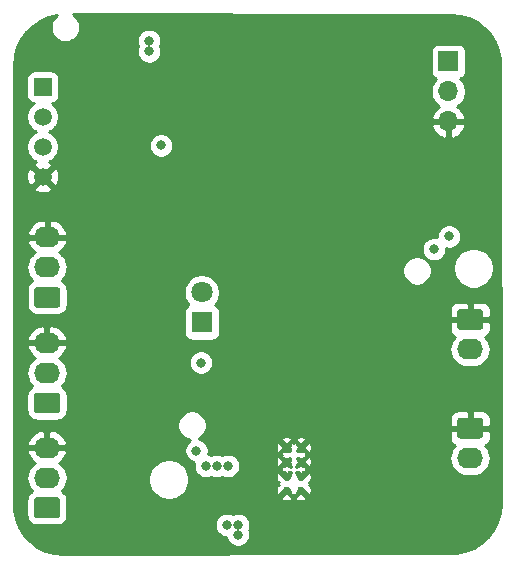
<source format=gbr>
%TF.GenerationSoftware,KiCad,Pcbnew,5.1.5+dfsg1-2build2*%
%TF.CreationDate,2022-07-17T21:36:19+12:00*%
%TF.ProjectId,automatic-plant-watering,6175746f-6d61-4746-9963-2d706c616e74,rev?*%
%TF.SameCoordinates,Original*%
%TF.FileFunction,Copper,L2,Inr*%
%TF.FilePolarity,Positive*%
%FSLAX46Y46*%
G04 Gerber Fmt 4.6, Leading zero omitted, Abs format (unit mm)*
G04 Created by KiCad (PCBNEW 5.1.5+dfsg1-2build2) date 2022-07-17 21:36:19*
%MOMM*%
%LPD*%
G04 APERTURE LIST*
%TA.AperFunction,ViaPad*%
%ADD10C,1.500000*%
%TD*%
%TA.AperFunction,ViaPad*%
%ADD11R,1.500000X1.500000*%
%TD*%
%TA.AperFunction,ViaPad*%
%ADD12C,0.600000*%
%TD*%
%TA.AperFunction,ViaPad*%
%ADD13O,2.200000X1.740000*%
%TD*%
%TA.AperFunction,ViaPad*%
%ADD14C,0.100000*%
%TD*%
%TA.AperFunction,ViaPad*%
%ADD15O,1.700000X1.700000*%
%TD*%
%TA.AperFunction,ViaPad*%
%ADD16R,1.700000X1.700000*%
%TD*%
%TA.AperFunction,ViaPad*%
%ADD17C,1.800000*%
%TD*%
%TA.AperFunction,ViaPad*%
%ADD18R,1.800000X1.800000*%
%TD*%
%TA.AperFunction,ViaPad*%
%ADD19C,0.800000*%
%TD*%
%TA.AperFunction,Conductor*%
%ADD20C,0.254000*%
%TD*%
G04 APERTURE END LIST*
D10*
%TO.N,GND*%
%TO.C,U4*%
X231853740Y-114226340D03*
%TO.N,Net-(U4-Pad3)*%
X231853740Y-111686340D03*
%TO.N,TEMP_HUMID_SEN*%
X231853740Y-109146340D03*
D11*
%TO.N,+3V3*%
X231853740Y-106606340D03*
%TD*%
D12*
%TO.N,GND*%
%TO.C,U2*%
X253698300Y-140738000D03*
X253698300Y-139638000D03*
X252498300Y-139638000D03*
X252498300Y-140738000D03*
X253698300Y-137138000D03*
X253698300Y-138338000D03*
X252498300Y-138338000D03*
X252498300Y-137138000D03*
%TD*%
D13*
%TO.N,GND*%
%TO.C,J9*%
X232209340Y-137152380D03*
%TO.N,Net-(C10-Pad1)*%
X232209340Y-139692380D03*
%TA.AperFunction,ViaPad*%
D14*
%TO.N,+3V3*%
G36*
X233083845Y-141363584D02*
G01*
X233108113Y-141367184D01*
X233131912Y-141373145D01*
X233155011Y-141381410D01*
X233177190Y-141391900D01*
X233198233Y-141404512D01*
X233217939Y-141419127D01*
X233236117Y-141435603D01*
X233252593Y-141453781D01*
X233267208Y-141473487D01*
X233279820Y-141494530D01*
X233290310Y-141516709D01*
X233298575Y-141539808D01*
X233304536Y-141563607D01*
X233308136Y-141587875D01*
X233309340Y-141612379D01*
X233309340Y-142852381D01*
X233308136Y-142876885D01*
X233304536Y-142901153D01*
X233298575Y-142924952D01*
X233290310Y-142948051D01*
X233279820Y-142970230D01*
X233267208Y-142991273D01*
X233252593Y-143010979D01*
X233236117Y-143029157D01*
X233217939Y-143045633D01*
X233198233Y-143060248D01*
X233177190Y-143072860D01*
X233155011Y-143083350D01*
X233131912Y-143091615D01*
X233108113Y-143097576D01*
X233083845Y-143101176D01*
X233059341Y-143102380D01*
X231359339Y-143102380D01*
X231334835Y-143101176D01*
X231310567Y-143097576D01*
X231286768Y-143091615D01*
X231263669Y-143083350D01*
X231241490Y-143072860D01*
X231220447Y-143060248D01*
X231200741Y-143045633D01*
X231182563Y-143029157D01*
X231166087Y-143010979D01*
X231151472Y-142991273D01*
X231138860Y-142970230D01*
X231128370Y-142948051D01*
X231120105Y-142924952D01*
X231114144Y-142901153D01*
X231110544Y-142876885D01*
X231109340Y-142852381D01*
X231109340Y-141612379D01*
X231110544Y-141587875D01*
X231114144Y-141563607D01*
X231120105Y-141539808D01*
X231128370Y-141516709D01*
X231138860Y-141494530D01*
X231151472Y-141473487D01*
X231166087Y-141453781D01*
X231182563Y-141435603D01*
X231200741Y-141419127D01*
X231220447Y-141404512D01*
X231241490Y-141391900D01*
X231263669Y-141381410D01*
X231286768Y-141373145D01*
X231310567Y-141367184D01*
X231334835Y-141363584D01*
X231359339Y-141362380D01*
X233059341Y-141362380D01*
X233083845Y-141363584D01*
G37*
%TD.AperFunction*%
%TD*%
D13*
%TO.N,GND*%
%TO.C,J8*%
X232214420Y-128277620D03*
%TO.N,Net-(C9-Pad1)*%
X232214420Y-130817620D03*
%TA.AperFunction,ViaPad*%
D14*
%TO.N,+3V3*%
G36*
X233088925Y-132488824D02*
G01*
X233113193Y-132492424D01*
X233136992Y-132498385D01*
X233160091Y-132506650D01*
X233182270Y-132517140D01*
X233203313Y-132529752D01*
X233223019Y-132544367D01*
X233241197Y-132560843D01*
X233257673Y-132579021D01*
X233272288Y-132598727D01*
X233284900Y-132619770D01*
X233295390Y-132641949D01*
X233303655Y-132665048D01*
X233309616Y-132688847D01*
X233313216Y-132713115D01*
X233314420Y-132737619D01*
X233314420Y-133977621D01*
X233313216Y-134002125D01*
X233309616Y-134026393D01*
X233303655Y-134050192D01*
X233295390Y-134073291D01*
X233284900Y-134095470D01*
X233272288Y-134116513D01*
X233257673Y-134136219D01*
X233241197Y-134154397D01*
X233223019Y-134170873D01*
X233203313Y-134185488D01*
X233182270Y-134198100D01*
X233160091Y-134208590D01*
X233136992Y-134216855D01*
X233113193Y-134222816D01*
X233088925Y-134226416D01*
X233064421Y-134227620D01*
X231364419Y-134227620D01*
X231339915Y-134226416D01*
X231315647Y-134222816D01*
X231291848Y-134216855D01*
X231268749Y-134208590D01*
X231246570Y-134198100D01*
X231225527Y-134185488D01*
X231205821Y-134170873D01*
X231187643Y-134154397D01*
X231171167Y-134136219D01*
X231156552Y-134116513D01*
X231143940Y-134095470D01*
X231133450Y-134073291D01*
X231125185Y-134050192D01*
X231119224Y-134026393D01*
X231115624Y-134002125D01*
X231114420Y-133977621D01*
X231114420Y-132737619D01*
X231115624Y-132713115D01*
X231119224Y-132688847D01*
X231125185Y-132665048D01*
X231133450Y-132641949D01*
X231143940Y-132619770D01*
X231156552Y-132598727D01*
X231171167Y-132579021D01*
X231187643Y-132560843D01*
X231205821Y-132544367D01*
X231225527Y-132529752D01*
X231246570Y-132517140D01*
X231268749Y-132506650D01*
X231291848Y-132498385D01*
X231315647Y-132492424D01*
X231339915Y-132488824D01*
X231364419Y-132487620D01*
X233064421Y-132487620D01*
X233088925Y-132488824D01*
G37*
%TD.AperFunction*%
%TD*%
D13*
%TO.N,GND*%
%TO.C,J4*%
X232219500Y-119346980D03*
%TO.N,Net-(C8-Pad1)*%
X232219500Y-121886980D03*
%TA.AperFunction,ViaPad*%
D14*
%TO.N,+3V3*%
G36*
X233094005Y-123558184D02*
G01*
X233118273Y-123561784D01*
X233142072Y-123567745D01*
X233165171Y-123576010D01*
X233187350Y-123586500D01*
X233208393Y-123599112D01*
X233228099Y-123613727D01*
X233246277Y-123630203D01*
X233262753Y-123648381D01*
X233277368Y-123668087D01*
X233289980Y-123689130D01*
X233300470Y-123711309D01*
X233308735Y-123734408D01*
X233314696Y-123758207D01*
X233318296Y-123782475D01*
X233319500Y-123806979D01*
X233319500Y-125046981D01*
X233318296Y-125071485D01*
X233314696Y-125095753D01*
X233308735Y-125119552D01*
X233300470Y-125142651D01*
X233289980Y-125164830D01*
X233277368Y-125185873D01*
X233262753Y-125205579D01*
X233246277Y-125223757D01*
X233228099Y-125240233D01*
X233208393Y-125254848D01*
X233187350Y-125267460D01*
X233165171Y-125277950D01*
X233142072Y-125286215D01*
X233118273Y-125292176D01*
X233094005Y-125295776D01*
X233069501Y-125296980D01*
X231369499Y-125296980D01*
X231344995Y-125295776D01*
X231320727Y-125292176D01*
X231296928Y-125286215D01*
X231273829Y-125277950D01*
X231251650Y-125267460D01*
X231230607Y-125254848D01*
X231210901Y-125240233D01*
X231192723Y-125223757D01*
X231176247Y-125205579D01*
X231161632Y-125185873D01*
X231149020Y-125164830D01*
X231138530Y-125142651D01*
X231130265Y-125119552D01*
X231124304Y-125095753D01*
X231120704Y-125071485D01*
X231119500Y-125046981D01*
X231119500Y-123806979D01*
X231120704Y-123782475D01*
X231124304Y-123758207D01*
X231130265Y-123734408D01*
X231138530Y-123711309D01*
X231149020Y-123689130D01*
X231161632Y-123668087D01*
X231176247Y-123648381D01*
X231192723Y-123630203D01*
X231210901Y-123613727D01*
X231230607Y-123599112D01*
X231251650Y-123586500D01*
X231273829Y-123576010D01*
X231296928Y-123567745D01*
X231320727Y-123561784D01*
X231344995Y-123558184D01*
X231369499Y-123556980D01*
X233069501Y-123556980D01*
X233094005Y-123558184D01*
G37*
%TD.AperFunction*%
%TD*%
D13*
%TO.N,Net-(D5-Pad1)*%
%TO.C,J3*%
X268033500Y-128841500D03*
%TA.AperFunction,ViaPad*%
D14*
%TO.N,GND*%
G36*
X268908005Y-125432704D02*
G01*
X268932273Y-125436304D01*
X268956072Y-125442265D01*
X268979171Y-125450530D01*
X269001350Y-125461020D01*
X269022393Y-125473632D01*
X269042099Y-125488247D01*
X269060277Y-125504723D01*
X269076753Y-125522901D01*
X269091368Y-125542607D01*
X269103980Y-125563650D01*
X269114470Y-125585829D01*
X269122735Y-125608928D01*
X269128696Y-125632727D01*
X269132296Y-125656995D01*
X269133500Y-125681499D01*
X269133500Y-126921501D01*
X269132296Y-126946005D01*
X269128696Y-126970273D01*
X269122735Y-126994072D01*
X269114470Y-127017171D01*
X269103980Y-127039350D01*
X269091368Y-127060393D01*
X269076753Y-127080099D01*
X269060277Y-127098277D01*
X269042099Y-127114753D01*
X269022393Y-127129368D01*
X269001350Y-127141980D01*
X268979171Y-127152470D01*
X268956072Y-127160735D01*
X268932273Y-127166696D01*
X268908005Y-127170296D01*
X268883501Y-127171500D01*
X267183499Y-127171500D01*
X267158995Y-127170296D01*
X267134727Y-127166696D01*
X267110928Y-127160735D01*
X267087829Y-127152470D01*
X267065650Y-127141980D01*
X267044607Y-127129368D01*
X267024901Y-127114753D01*
X267006723Y-127098277D01*
X266990247Y-127080099D01*
X266975632Y-127060393D01*
X266963020Y-127039350D01*
X266952530Y-127017171D01*
X266944265Y-126994072D01*
X266938304Y-126970273D01*
X266934704Y-126946005D01*
X266933500Y-126921501D01*
X266933500Y-125681499D01*
X266934704Y-125656995D01*
X266938304Y-125632727D01*
X266944265Y-125608928D01*
X266952530Y-125585829D01*
X266963020Y-125563650D01*
X266975632Y-125542607D01*
X266990247Y-125522901D01*
X267006723Y-125504723D01*
X267024901Y-125488247D01*
X267044607Y-125473632D01*
X267065650Y-125461020D01*
X267087829Y-125450530D01*
X267110928Y-125442265D01*
X267134727Y-125436304D01*
X267158995Y-125432704D01*
X267183499Y-125431500D01*
X268883501Y-125431500D01*
X268908005Y-125432704D01*
G37*
%TD.AperFunction*%
%TD*%
D15*
%TO.N,GND*%
%TO.C,J2*%
X266192000Y-109537500D03*
%TO.N,TX_PROG*%
X266192000Y-106997500D03*
D16*
%TO.N,RX_PROG*%
X266192000Y-104457500D03*
%TD*%
D17*
%TO.N,LIGHT_SENSOR*%
%TO.C,Q3*%
X245313200Y-124015500D03*
D18*
%TO.N,+3V3*%
X245313200Y-126555500D03*
%TD*%
D13*
%TO.N,Net-(F1-Pad2)*%
%TO.C,J1*%
X268033500Y-138049000D03*
%TA.AperFunction,ViaPad*%
D14*
%TO.N,GND*%
G36*
X268908005Y-134640204D02*
G01*
X268932273Y-134643804D01*
X268956072Y-134649765D01*
X268979171Y-134658030D01*
X269001350Y-134668520D01*
X269022393Y-134681132D01*
X269042099Y-134695747D01*
X269060277Y-134712223D01*
X269076753Y-134730401D01*
X269091368Y-134750107D01*
X269103980Y-134771150D01*
X269114470Y-134793329D01*
X269122735Y-134816428D01*
X269128696Y-134840227D01*
X269132296Y-134864495D01*
X269133500Y-134888999D01*
X269133500Y-136129001D01*
X269132296Y-136153505D01*
X269128696Y-136177773D01*
X269122735Y-136201572D01*
X269114470Y-136224671D01*
X269103980Y-136246850D01*
X269091368Y-136267893D01*
X269076753Y-136287599D01*
X269060277Y-136305777D01*
X269042099Y-136322253D01*
X269022393Y-136336868D01*
X269001350Y-136349480D01*
X268979171Y-136359970D01*
X268956072Y-136368235D01*
X268932273Y-136374196D01*
X268908005Y-136377796D01*
X268883501Y-136379000D01*
X267183499Y-136379000D01*
X267158995Y-136377796D01*
X267134727Y-136374196D01*
X267110928Y-136368235D01*
X267087829Y-136359970D01*
X267065650Y-136349480D01*
X267044607Y-136336868D01*
X267024901Y-136322253D01*
X267006723Y-136305777D01*
X266990247Y-136287599D01*
X266975632Y-136267893D01*
X266963020Y-136246850D01*
X266952530Y-136224671D01*
X266944265Y-136201572D01*
X266938304Y-136177773D01*
X266934704Y-136153505D01*
X266933500Y-136129001D01*
X266933500Y-134888999D01*
X266934704Y-134864495D01*
X266938304Y-134840227D01*
X266944265Y-134816428D01*
X266952530Y-134793329D01*
X266963020Y-134771150D01*
X266975632Y-134750107D01*
X266990247Y-134730401D01*
X267006723Y-134712223D01*
X267024901Y-134695747D01*
X267044607Y-134681132D01*
X267065650Y-134668520D01*
X267087829Y-134658030D01*
X267110928Y-134649765D01*
X267134727Y-134643804D01*
X267158995Y-134640204D01*
X267183499Y-134639000D01*
X268883501Y-134639000D01*
X268908005Y-134640204D01*
G37*
%TD.AperFunction*%
%TD*%
D19*
%TO.N,GND*%
X257616960Y-140931900D03*
X254297180Y-142709900D03*
X254304800Y-143545560D03*
X254309880Y-144465040D03*
X243812060Y-106928920D03*
X235907580Y-103649780D03*
X235922820Y-114642900D03*
X236359700Y-142506700D03*
X236448600Y-133527800D03*
X236410500Y-124675900D03*
X248399300Y-126822200D03*
X268630400Y-110972600D03*
X268325600Y-118338600D03*
X248602500Y-116776500D03*
X247243600Y-119418100D03*
X242227100Y-113703100D03*
X251206000Y-124409200D03*
X251218700Y-127482600D03*
X247472200Y-101079300D03*
X255054100Y-109855000D03*
X254965200Y-108267500D03*
X255003300Y-107022900D03*
X253415800Y-107022900D03*
X253377700Y-108318300D03*
X253441200Y-109931200D03*
X251726700Y-109943900D03*
X251841000Y-108445300D03*
X251841000Y-107061000D03*
X266230100Y-115295680D03*
X261607300Y-123952000D03*
X262610600Y-123926600D03*
X263575800Y-123913900D03*
X259257800Y-127393700D03*
X259334000Y-124333000D03*
X261035800Y-101028500D03*
X264515600Y-101053900D03*
X263824720Y-133327140D03*
X249588020Y-133278880D03*
X249600720Y-134233920D03*
X244475000Y-142697200D03*
X245694200Y-143954500D03*
X249428000Y-130175000D03*
%TO.N,+3V3*%
X240863120Y-103606600D03*
X241871500Y-111556800D03*
X240868200Y-102704900D03*
X266255500Y-119265700D03*
X264972800Y-120357900D03*
X245249700Y-129946400D03*
X247523000Y-138696700D03*
X246595900Y-138696700D03*
X245656100Y-138696700D03*
X244868700Y-137401300D03*
X247446800Y-143687800D03*
X248378980Y-143700500D03*
X248384060Y-144515840D03*
%TD*%
D20*
%TO.N,GND*%
G36*
X261616428Y-100481998D02*
G01*
X266400323Y-100531686D01*
X267192687Y-100604494D01*
X267925965Y-100811300D01*
X268609276Y-101148272D01*
X269219737Y-101604125D01*
X269736902Y-102163590D01*
X270143456Y-102807940D01*
X270425778Y-103515584D01*
X270576958Y-104275617D01*
X270600008Y-104715450D01*
X270615987Y-141888285D01*
X270543506Y-142677087D01*
X270336701Y-143410364D01*
X269999728Y-144093676D01*
X269543873Y-144704139D01*
X268984407Y-145221304D01*
X268340060Y-145627857D01*
X267632418Y-145910177D01*
X266872384Y-146061358D01*
X266435024Y-146084279D01*
X261653546Y-146050621D01*
X261650028Y-146050287D01*
X261621056Y-146050392D01*
X261592228Y-146050189D01*
X261588726Y-146050509D01*
X233594701Y-146151891D01*
X232806948Y-146079506D01*
X232073671Y-145872701D01*
X231390359Y-145535728D01*
X230779896Y-145079873D01*
X230262731Y-144520407D01*
X229856178Y-143876060D01*
X229573858Y-143168418D01*
X229422677Y-142408384D01*
X229399635Y-141968709D01*
X229399635Y-139692380D01*
X230467058Y-139692380D01*
X230496116Y-139987412D01*
X230582174Y-140271105D01*
X230721923Y-140532559D01*
X230909995Y-140761725D01*
X230975454Y-140815446D01*
X230865953Y-140873975D01*
X230731378Y-140984418D01*
X230620935Y-141118993D01*
X230538868Y-141272529D01*
X230488332Y-141439125D01*
X230471268Y-141612379D01*
X230471268Y-142852381D01*
X230488332Y-143025635D01*
X230538868Y-143192231D01*
X230620935Y-143345767D01*
X230731378Y-143480342D01*
X230865953Y-143590785D01*
X231019489Y-143672852D01*
X231186085Y-143723388D01*
X231359339Y-143740452D01*
X233059341Y-143740452D01*
X233232595Y-143723388D01*
X233399191Y-143672852D01*
X233552727Y-143590785D01*
X233558726Y-143585861D01*
X246411800Y-143585861D01*
X246411800Y-143789739D01*
X246451574Y-143989698D01*
X246529595Y-144178056D01*
X246642863Y-144347574D01*
X246787026Y-144491737D01*
X246956544Y-144605005D01*
X247144902Y-144683026D01*
X247344861Y-144722800D01*
X247369950Y-144722800D01*
X247388834Y-144817738D01*
X247466855Y-145006096D01*
X247580123Y-145175614D01*
X247724286Y-145319777D01*
X247893804Y-145433045D01*
X248082162Y-145511066D01*
X248282121Y-145550840D01*
X248485999Y-145550840D01*
X248685958Y-145511066D01*
X248874316Y-145433045D01*
X249043834Y-145319777D01*
X249187997Y-145175614D01*
X249301265Y-145006096D01*
X249379286Y-144817738D01*
X249419060Y-144617779D01*
X249419060Y-144413901D01*
X249379286Y-144213942D01*
X249332933Y-144102038D01*
X249374206Y-144002398D01*
X249413980Y-143802439D01*
X249413980Y-143598561D01*
X249374206Y-143398602D01*
X249296185Y-143210244D01*
X249182917Y-143040726D01*
X249038754Y-142896563D01*
X248869236Y-142783295D01*
X248680878Y-142705274D01*
X248480919Y-142665500D01*
X248277041Y-142665500D01*
X248077082Y-142705274D01*
X247928220Y-142766935D01*
X247748698Y-142692574D01*
X247548739Y-142652800D01*
X247344861Y-142652800D01*
X247144902Y-142692574D01*
X246956544Y-142770595D01*
X246787026Y-142883863D01*
X246642863Y-143028026D01*
X246529595Y-143197544D01*
X246451574Y-143385902D01*
X246411800Y-143585861D01*
X233558726Y-143585861D01*
X233687302Y-143480342D01*
X233797745Y-143345767D01*
X233879812Y-143192231D01*
X233930348Y-143025635D01*
X233947412Y-142852381D01*
X233947412Y-141612379D01*
X233930348Y-141439125D01*
X233879812Y-141272529D01*
X233797745Y-141118993D01*
X233687302Y-140984418D01*
X233552727Y-140873975D01*
X233443226Y-140815446D01*
X233508685Y-140761725D01*
X233696757Y-140532559D01*
X233836506Y-140271105D01*
X233922564Y-139987412D01*
X233951622Y-139692380D01*
X233950302Y-139678977D01*
X240776580Y-139678977D01*
X240776580Y-140020743D01*
X240843255Y-140355941D01*
X240974043Y-140671691D01*
X241163917Y-140955858D01*
X241405582Y-141197523D01*
X241689749Y-141387397D01*
X242005499Y-141518185D01*
X242340697Y-141584860D01*
X242682463Y-141584860D01*
X243017661Y-141518185D01*
X243333411Y-141387397D01*
X243355644Y-141372541D01*
X252043364Y-141372541D01*
X252053875Y-141565763D01*
X252223903Y-141636562D01*
X252404476Y-141672828D01*
X252588655Y-141673171D01*
X252769361Y-141637574D01*
X252939651Y-141567408D01*
X252942725Y-141565763D01*
X252953236Y-141372541D01*
X253243364Y-141372541D01*
X253253875Y-141565763D01*
X253423903Y-141636562D01*
X253604476Y-141672828D01*
X253788655Y-141673171D01*
X253969361Y-141637574D01*
X254139651Y-141567408D01*
X254142725Y-141565763D01*
X254153236Y-141372541D01*
X253698300Y-140917605D01*
X253243364Y-141372541D01*
X252953236Y-141372541D01*
X252498300Y-140917605D01*
X252043364Y-141372541D01*
X243355644Y-141372541D01*
X243617578Y-141197523D01*
X243859243Y-140955858D01*
X244049117Y-140671691D01*
X244179905Y-140355941D01*
X244246580Y-140020743D01*
X244246580Y-139678977D01*
X244179905Y-139343779D01*
X244049117Y-139028029D01*
X243859243Y-138743862D01*
X243617578Y-138502197D01*
X243333411Y-138312323D01*
X243017661Y-138181535D01*
X242682463Y-138114860D01*
X242340697Y-138114860D01*
X242005499Y-138181535D01*
X241689749Y-138312323D01*
X241405582Y-138502197D01*
X241163917Y-138743862D01*
X240974043Y-139028029D01*
X240843255Y-139343779D01*
X240776580Y-139678977D01*
X233950302Y-139678977D01*
X233922564Y-139397348D01*
X233836506Y-139113655D01*
X233696757Y-138852201D01*
X233508685Y-138623035D01*
X233279519Y-138434963D01*
X233251671Y-138420078D01*
X233388243Y-138330636D01*
X233599876Y-138122874D01*
X233766911Y-137877817D01*
X233882928Y-137604882D01*
X233900642Y-137512411D01*
X233779586Y-137279380D01*
X232336340Y-137279380D01*
X232336340Y-137299380D01*
X232082340Y-137299380D01*
X232082340Y-137279380D01*
X230639094Y-137279380D01*
X230518038Y-137512411D01*
X230535752Y-137604882D01*
X230651769Y-137877817D01*
X230818804Y-138122874D01*
X231030437Y-138330636D01*
X231167009Y-138420078D01*
X231139161Y-138434963D01*
X230909995Y-138623035D01*
X230721923Y-138852201D01*
X230582174Y-139113655D01*
X230496116Y-139397348D01*
X230467058Y-139692380D01*
X229399635Y-139692380D01*
X229399635Y-136792349D01*
X230518038Y-136792349D01*
X230639094Y-137025380D01*
X232082340Y-137025380D01*
X232082340Y-135801794D01*
X232336340Y-135801794D01*
X232336340Y-137025380D01*
X233779586Y-137025380D01*
X233900642Y-136792349D01*
X233882928Y-136699878D01*
X233766911Y-136426943D01*
X233599876Y-136181886D01*
X233388243Y-135974124D01*
X233140144Y-135811642D01*
X232865113Y-135700684D01*
X232573720Y-135645514D01*
X232336340Y-135801794D01*
X232082340Y-135801794D01*
X231844960Y-135645514D01*
X231553567Y-135700684D01*
X231278536Y-135811642D01*
X231030437Y-135974124D01*
X230818804Y-136181886D01*
X230651769Y-136426943D01*
X230535752Y-136699878D01*
X230518038Y-136792349D01*
X229399635Y-136792349D01*
X229399635Y-135134430D01*
X243242828Y-135134430D01*
X243242828Y-135380650D01*
X243290863Y-135622138D01*
X243385087Y-135849614D01*
X243521879Y-136054338D01*
X243695982Y-136228441D01*
X243900706Y-136365233D01*
X244128182Y-136459457D01*
X244349448Y-136503470D01*
X244208926Y-136597363D01*
X244064763Y-136741526D01*
X243951495Y-136911044D01*
X243873474Y-137099402D01*
X243833700Y-137299361D01*
X243833700Y-137503239D01*
X243873474Y-137703198D01*
X243951495Y-137891556D01*
X244064763Y-138061074D01*
X244208926Y-138205237D01*
X244378444Y-138318505D01*
X244566802Y-138396526D01*
X244656964Y-138414460D01*
X244621100Y-138594761D01*
X244621100Y-138798639D01*
X244660874Y-138998598D01*
X244738895Y-139186956D01*
X244852163Y-139356474D01*
X244996326Y-139500637D01*
X245165844Y-139613905D01*
X245354202Y-139691926D01*
X245554161Y-139731700D01*
X245758039Y-139731700D01*
X245957998Y-139691926D01*
X246126000Y-139622337D01*
X246294002Y-139691926D01*
X246493961Y-139731700D01*
X246697839Y-139731700D01*
X246897798Y-139691926D01*
X247059450Y-139624967D01*
X247221102Y-139691926D01*
X247421061Y-139731700D01*
X247624939Y-139731700D01*
X247641755Y-139728355D01*
X251563129Y-139728355D01*
X251598726Y-139909061D01*
X251668892Y-140079351D01*
X251670537Y-140082425D01*
X251818032Y-140090448D01*
X251744586Y-140163894D01*
X251768692Y-140188000D01*
X251744586Y-140212106D01*
X251818032Y-140285552D01*
X251670537Y-140293575D01*
X251599738Y-140463603D01*
X251563472Y-140644176D01*
X251563129Y-140828355D01*
X251598726Y-141009061D01*
X251668892Y-141179351D01*
X251670537Y-141182425D01*
X251863759Y-141192936D01*
X252318695Y-140738000D01*
X252304553Y-140723858D01*
X252455487Y-140572923D01*
X252541273Y-140573083D01*
X252692048Y-140723858D01*
X252677905Y-140738000D01*
X252763139Y-140823234D01*
X252763129Y-140828355D01*
X252798726Y-141009061D01*
X252868892Y-141179351D01*
X252870537Y-141182425D01*
X253063759Y-141192936D01*
X253098300Y-141158395D01*
X253132841Y-141192936D01*
X253326063Y-141182425D01*
X253396862Y-141012397D01*
X253433128Y-140831824D01*
X253433143Y-140823552D01*
X253518695Y-140738000D01*
X253504553Y-140723858D01*
X253655487Y-140572923D01*
X253741273Y-140573083D01*
X253892048Y-140723858D01*
X253877905Y-140738000D01*
X254332841Y-141192936D01*
X254526063Y-141182425D01*
X254596862Y-141012397D01*
X254633128Y-140831824D01*
X254633471Y-140647645D01*
X254597874Y-140466939D01*
X254527708Y-140296649D01*
X254526063Y-140293575D01*
X254378568Y-140285552D01*
X254452014Y-140212106D01*
X254427908Y-140188000D01*
X254452014Y-140163894D01*
X254378568Y-140090448D01*
X254526063Y-140082425D01*
X254596862Y-139912397D01*
X254633128Y-139731824D01*
X254633471Y-139547645D01*
X254597874Y-139366939D01*
X254527708Y-139196649D01*
X254526063Y-139193575D01*
X254332841Y-139183064D01*
X253877905Y-139638000D01*
X253892048Y-139652143D01*
X253741113Y-139803077D01*
X253655327Y-139802917D01*
X253504553Y-139652143D01*
X253518695Y-139638000D01*
X253433461Y-139552766D01*
X253433471Y-139547645D01*
X253397874Y-139366939D01*
X253327708Y-139196649D01*
X253327610Y-139196466D01*
X253423903Y-139236562D01*
X253489677Y-139249772D01*
X253698300Y-139458395D01*
X253906797Y-139249898D01*
X253969361Y-139237574D01*
X254139651Y-139167408D01*
X254142725Y-139165763D01*
X254151457Y-139005238D01*
X254153236Y-139003459D01*
X254152395Y-138988000D01*
X254153236Y-138972541D01*
X254151457Y-138970762D01*
X254142725Y-138810237D01*
X253972697Y-138739438D01*
X253906923Y-138726228D01*
X253698300Y-138517605D01*
X253489803Y-138726102D01*
X253427239Y-138738426D01*
X253327224Y-138779636D01*
X253396862Y-138612397D01*
X253433128Y-138431824D01*
X253433143Y-138423552D01*
X253518695Y-138338000D01*
X253877905Y-138338000D01*
X254332841Y-138792936D01*
X254526063Y-138782425D01*
X254596862Y-138612397D01*
X254633128Y-138431824D01*
X254633471Y-138247645D01*
X254597874Y-138066939D01*
X254590483Y-138049000D01*
X266291218Y-138049000D01*
X266320276Y-138344032D01*
X266406334Y-138627725D01*
X266546083Y-138889179D01*
X266734155Y-139118345D01*
X266963321Y-139306417D01*
X267224775Y-139446166D01*
X267508468Y-139532224D01*
X267729564Y-139554000D01*
X268337436Y-139554000D01*
X268558532Y-139532224D01*
X268842225Y-139446166D01*
X269103679Y-139306417D01*
X269332845Y-139118345D01*
X269520917Y-138889179D01*
X269660666Y-138627725D01*
X269746724Y-138344032D01*
X269775782Y-138049000D01*
X269746724Y-137753968D01*
X269660666Y-137470275D01*
X269520917Y-137208821D01*
X269334453Y-136981615D01*
X269377680Y-136968502D01*
X269487994Y-136909537D01*
X269584685Y-136830185D01*
X269664037Y-136733494D01*
X269723002Y-136623180D01*
X269759312Y-136503482D01*
X269771572Y-136379000D01*
X269768500Y-135794750D01*
X269609750Y-135636000D01*
X268160500Y-135636000D01*
X268160500Y-135656000D01*
X267906500Y-135656000D01*
X267906500Y-135636000D01*
X266457250Y-135636000D01*
X266298500Y-135794750D01*
X266295428Y-136379000D01*
X266307688Y-136503482D01*
X266343998Y-136623180D01*
X266402963Y-136733494D01*
X266482315Y-136830185D01*
X266579006Y-136909537D01*
X266689320Y-136968502D01*
X266732547Y-136981615D01*
X266546083Y-137208821D01*
X266406334Y-137470275D01*
X266320276Y-137753968D01*
X266291218Y-138049000D01*
X254590483Y-138049000D01*
X254527708Y-137896649D01*
X254526063Y-137893575D01*
X254332841Y-137883064D01*
X253877905Y-138338000D01*
X253518695Y-138338000D01*
X253433461Y-138252766D01*
X253433471Y-138247645D01*
X253397874Y-138066939D01*
X253377375Y-138017188D01*
X253423903Y-138036562D01*
X253604476Y-138072828D01*
X253612748Y-138072843D01*
X253698300Y-138158395D01*
X253783534Y-138073161D01*
X253788655Y-138073171D01*
X253969361Y-138037574D01*
X254139651Y-137967408D01*
X254142725Y-137965763D01*
X254153236Y-137772541D01*
X254118695Y-137738000D01*
X254153236Y-137703459D01*
X254142725Y-137510237D01*
X253972697Y-137439438D01*
X253792124Y-137403172D01*
X253783852Y-137403157D01*
X253698300Y-137317605D01*
X253613066Y-137402839D01*
X253607945Y-137402829D01*
X253427239Y-137438426D01*
X253377488Y-137458925D01*
X253396862Y-137412397D01*
X253433128Y-137231824D01*
X253433143Y-137223552D01*
X253518695Y-137138000D01*
X253877905Y-137138000D01*
X254332841Y-137592936D01*
X254526063Y-137582425D01*
X254596862Y-137412397D01*
X254633128Y-137231824D01*
X254633471Y-137047645D01*
X254597874Y-136866939D01*
X254527708Y-136696649D01*
X254526063Y-136693575D01*
X254332841Y-136683064D01*
X253877905Y-137138000D01*
X253518695Y-137138000D01*
X253433461Y-137052766D01*
X253433471Y-137047645D01*
X253397874Y-136866939D01*
X253327708Y-136696649D01*
X253326063Y-136693575D01*
X253132841Y-136683064D01*
X253098300Y-136717605D01*
X253063759Y-136683064D01*
X252870537Y-136693575D01*
X252799738Y-136863603D01*
X252763472Y-137044176D01*
X252763457Y-137052448D01*
X252677905Y-137138000D01*
X252763139Y-137223234D01*
X252763129Y-137228355D01*
X252798726Y-137409061D01*
X252819225Y-137458812D01*
X252772697Y-137439438D01*
X252592124Y-137403172D01*
X252583852Y-137403157D01*
X252498300Y-137317605D01*
X252413066Y-137402839D01*
X252407945Y-137402829D01*
X252227239Y-137438426D01*
X252056949Y-137508592D01*
X252053875Y-137510237D01*
X252043364Y-137703459D01*
X252077905Y-137738000D01*
X252043364Y-137772541D01*
X252053875Y-137965763D01*
X252223903Y-138036562D01*
X252404476Y-138072828D01*
X252412748Y-138072843D01*
X252498300Y-138158395D01*
X252583534Y-138073161D01*
X252588655Y-138073171D01*
X252769361Y-138037574D01*
X252819112Y-138017075D01*
X252799738Y-138063603D01*
X252763472Y-138244176D01*
X252763457Y-138252448D01*
X252677905Y-138338000D01*
X252763139Y-138423234D01*
X252763129Y-138428355D01*
X252798726Y-138609061D01*
X252868892Y-138779351D01*
X252868990Y-138779534D01*
X252772697Y-138739438D01*
X252706923Y-138726228D01*
X252498300Y-138517605D01*
X252289803Y-138726102D01*
X252227239Y-138738426D01*
X252056949Y-138808592D01*
X252053875Y-138810237D01*
X252045143Y-138970762D01*
X252043364Y-138972541D01*
X252044205Y-138988000D01*
X252043364Y-139003459D01*
X252045143Y-139005238D01*
X252053875Y-139165763D01*
X252223903Y-139236562D01*
X252289677Y-139249772D01*
X252498300Y-139458395D01*
X252706797Y-139249898D01*
X252769361Y-139237574D01*
X252869376Y-139196364D01*
X252799738Y-139363603D01*
X252763472Y-139544176D01*
X252763457Y-139552448D01*
X252677905Y-139638000D01*
X252692048Y-139652143D01*
X252541113Y-139803077D01*
X252455327Y-139802917D01*
X252304553Y-139652143D01*
X252318695Y-139638000D01*
X251863759Y-139183064D01*
X251670537Y-139193575D01*
X251599738Y-139363603D01*
X251563472Y-139544176D01*
X251563129Y-139728355D01*
X247641755Y-139728355D01*
X247824898Y-139691926D01*
X248013256Y-139613905D01*
X248182774Y-139500637D01*
X248326937Y-139356474D01*
X248440205Y-139186956D01*
X248518226Y-138998598D01*
X248558000Y-138798639D01*
X248558000Y-138594761D01*
X248524901Y-138428355D01*
X251563129Y-138428355D01*
X251598726Y-138609061D01*
X251668892Y-138779351D01*
X251670537Y-138782425D01*
X251863759Y-138792936D01*
X252318695Y-138338000D01*
X251863759Y-137883064D01*
X251670537Y-137893575D01*
X251599738Y-138063603D01*
X251563472Y-138244176D01*
X251563129Y-138428355D01*
X248524901Y-138428355D01*
X248518226Y-138394802D01*
X248440205Y-138206444D01*
X248326937Y-138036926D01*
X248182774Y-137892763D01*
X248013256Y-137779495D01*
X247824898Y-137701474D01*
X247624939Y-137661700D01*
X247421061Y-137661700D01*
X247221102Y-137701474D01*
X247059450Y-137768433D01*
X246897798Y-137701474D01*
X246697839Y-137661700D01*
X246493961Y-137661700D01*
X246294002Y-137701474D01*
X246126000Y-137771063D01*
X245957998Y-137701474D01*
X245867836Y-137683540D01*
X245903700Y-137503239D01*
X245903700Y-137299361D01*
X245889577Y-137228355D01*
X251563129Y-137228355D01*
X251598726Y-137409061D01*
X251668892Y-137579351D01*
X251670537Y-137582425D01*
X251863759Y-137592936D01*
X252318695Y-137138000D01*
X251863759Y-136683064D01*
X251670537Y-136693575D01*
X251599738Y-136863603D01*
X251563472Y-137044176D01*
X251563129Y-137228355D01*
X245889577Y-137228355D01*
X245863926Y-137099402D01*
X245785905Y-136911044D01*
X245672637Y-136741526D01*
X245528474Y-136597363D01*
X245387937Y-136503459D01*
X252043364Y-136503459D01*
X252498300Y-136958395D01*
X252953236Y-136503459D01*
X253243364Y-136503459D01*
X253698300Y-136958395D01*
X254153236Y-136503459D01*
X254142725Y-136310237D01*
X253972697Y-136239438D01*
X253792124Y-136203172D01*
X253607945Y-136202829D01*
X253427239Y-136238426D01*
X253256949Y-136308592D01*
X253253875Y-136310237D01*
X253243364Y-136503459D01*
X252953236Y-136503459D01*
X252942725Y-136310237D01*
X252772697Y-136239438D01*
X252592124Y-136203172D01*
X252407945Y-136202829D01*
X252227239Y-136238426D01*
X252056949Y-136308592D01*
X252053875Y-136310237D01*
X252043364Y-136503459D01*
X245387937Y-136503459D01*
X245358956Y-136484095D01*
X245170598Y-136406074D01*
X245046060Y-136381302D01*
X245084854Y-136365233D01*
X245289578Y-136228441D01*
X245463681Y-136054338D01*
X245600473Y-135849614D01*
X245694697Y-135622138D01*
X245742732Y-135380650D01*
X245742732Y-135134430D01*
X245694697Y-134892942D01*
X245600473Y-134665466D01*
X245582790Y-134639000D01*
X266295428Y-134639000D01*
X266298500Y-135223250D01*
X266457250Y-135382000D01*
X267906500Y-135382000D01*
X267906500Y-134162750D01*
X268160500Y-134162750D01*
X268160500Y-135382000D01*
X269609750Y-135382000D01*
X269768500Y-135223250D01*
X269771572Y-134639000D01*
X269759312Y-134514518D01*
X269723002Y-134394820D01*
X269664037Y-134284506D01*
X269584685Y-134187815D01*
X269487994Y-134108463D01*
X269377680Y-134049498D01*
X269257982Y-134013188D01*
X269133500Y-134000928D01*
X268319250Y-134004000D01*
X268160500Y-134162750D01*
X267906500Y-134162750D01*
X267747750Y-134004000D01*
X266933500Y-134000928D01*
X266809018Y-134013188D01*
X266689320Y-134049498D01*
X266579006Y-134108463D01*
X266482315Y-134187815D01*
X266402963Y-134284506D01*
X266343998Y-134394820D01*
X266307688Y-134514518D01*
X266295428Y-134639000D01*
X245582790Y-134639000D01*
X245463681Y-134460742D01*
X245289578Y-134286639D01*
X245084854Y-134149847D01*
X244857378Y-134055623D01*
X244615890Y-134007588D01*
X244369670Y-134007588D01*
X244128182Y-134055623D01*
X243900706Y-134149847D01*
X243695982Y-134286639D01*
X243521879Y-134460742D01*
X243385087Y-134665466D01*
X243290863Y-134892942D01*
X243242828Y-135134430D01*
X229399635Y-135134430D01*
X229399635Y-130817620D01*
X230472138Y-130817620D01*
X230501196Y-131112652D01*
X230587254Y-131396345D01*
X230727003Y-131657799D01*
X230915075Y-131886965D01*
X230980534Y-131940686D01*
X230871033Y-131999215D01*
X230736458Y-132109658D01*
X230626015Y-132244233D01*
X230543948Y-132397769D01*
X230493412Y-132564365D01*
X230476348Y-132737619D01*
X230476348Y-133977621D01*
X230493412Y-134150875D01*
X230543948Y-134317471D01*
X230626015Y-134471007D01*
X230736458Y-134605582D01*
X230871033Y-134716025D01*
X231024569Y-134798092D01*
X231191165Y-134848628D01*
X231364419Y-134865692D01*
X233064421Y-134865692D01*
X233237675Y-134848628D01*
X233404271Y-134798092D01*
X233557807Y-134716025D01*
X233692382Y-134605582D01*
X233802825Y-134471007D01*
X233884892Y-134317471D01*
X233935428Y-134150875D01*
X233952492Y-133977621D01*
X233952492Y-132737619D01*
X233935428Y-132564365D01*
X233884892Y-132397769D01*
X233802825Y-132244233D01*
X233692382Y-132109658D01*
X233557807Y-131999215D01*
X233448306Y-131940686D01*
X233513765Y-131886965D01*
X233701837Y-131657799D01*
X233841586Y-131396345D01*
X233927644Y-131112652D01*
X233956702Y-130817620D01*
X233927644Y-130522588D01*
X233841586Y-130238895D01*
X233701837Y-129977441D01*
X233592703Y-129844461D01*
X244214700Y-129844461D01*
X244214700Y-130048339D01*
X244254474Y-130248298D01*
X244332495Y-130436656D01*
X244445763Y-130606174D01*
X244589926Y-130750337D01*
X244759444Y-130863605D01*
X244947802Y-130941626D01*
X245147761Y-130981400D01*
X245351639Y-130981400D01*
X245551598Y-130941626D01*
X245739956Y-130863605D01*
X245909474Y-130750337D01*
X246053637Y-130606174D01*
X246166905Y-130436656D01*
X246244926Y-130248298D01*
X246284700Y-130048339D01*
X246284700Y-129844461D01*
X246244926Y-129644502D01*
X246166905Y-129456144D01*
X246053637Y-129286626D01*
X245909474Y-129142463D01*
X245739956Y-129029195D01*
X245551598Y-128951174D01*
X245351639Y-128911400D01*
X245147761Y-128911400D01*
X244947802Y-128951174D01*
X244759444Y-129029195D01*
X244589926Y-129142463D01*
X244445763Y-129286626D01*
X244332495Y-129456144D01*
X244254474Y-129644502D01*
X244214700Y-129844461D01*
X233592703Y-129844461D01*
X233513765Y-129748275D01*
X233284599Y-129560203D01*
X233256751Y-129545318D01*
X233393323Y-129455876D01*
X233604956Y-129248114D01*
X233771991Y-129003057D01*
X233840664Y-128841500D01*
X266291218Y-128841500D01*
X266320276Y-129136532D01*
X266406334Y-129420225D01*
X266546083Y-129681679D01*
X266734155Y-129910845D01*
X266963321Y-130098917D01*
X267224775Y-130238666D01*
X267508468Y-130324724D01*
X267729564Y-130346500D01*
X268337436Y-130346500D01*
X268558532Y-130324724D01*
X268842225Y-130238666D01*
X269103679Y-130098917D01*
X269332845Y-129910845D01*
X269520917Y-129681679D01*
X269660666Y-129420225D01*
X269746724Y-129136532D01*
X269775782Y-128841500D01*
X269746724Y-128546468D01*
X269660666Y-128262775D01*
X269520917Y-128001321D01*
X269334453Y-127774115D01*
X269377680Y-127761002D01*
X269487994Y-127702037D01*
X269584685Y-127622685D01*
X269664037Y-127525994D01*
X269723002Y-127415680D01*
X269759312Y-127295982D01*
X269771572Y-127171500D01*
X269768500Y-126587250D01*
X269609750Y-126428500D01*
X268160500Y-126428500D01*
X268160500Y-126448500D01*
X267906500Y-126448500D01*
X267906500Y-126428500D01*
X266457250Y-126428500D01*
X266298500Y-126587250D01*
X266295428Y-127171500D01*
X266307688Y-127295982D01*
X266343998Y-127415680D01*
X266402963Y-127525994D01*
X266482315Y-127622685D01*
X266579006Y-127702037D01*
X266689320Y-127761002D01*
X266732547Y-127774115D01*
X266546083Y-128001321D01*
X266406334Y-128262775D01*
X266320276Y-128546468D01*
X266291218Y-128841500D01*
X233840664Y-128841500D01*
X233888008Y-128730122D01*
X233905722Y-128637651D01*
X233784666Y-128404620D01*
X232341420Y-128404620D01*
X232341420Y-128424620D01*
X232087420Y-128424620D01*
X232087420Y-128404620D01*
X230644174Y-128404620D01*
X230523118Y-128637651D01*
X230540832Y-128730122D01*
X230656849Y-129003057D01*
X230823884Y-129248114D01*
X231035517Y-129455876D01*
X231172089Y-129545318D01*
X231144241Y-129560203D01*
X230915075Y-129748275D01*
X230727003Y-129977441D01*
X230587254Y-130238895D01*
X230501196Y-130522588D01*
X230472138Y-130817620D01*
X229399635Y-130817620D01*
X229399635Y-127917589D01*
X230523118Y-127917589D01*
X230644174Y-128150620D01*
X232087420Y-128150620D01*
X232087420Y-126927034D01*
X232341420Y-126927034D01*
X232341420Y-128150620D01*
X233784666Y-128150620D01*
X233905722Y-127917589D01*
X233888008Y-127825118D01*
X233771991Y-127552183D01*
X233604956Y-127307126D01*
X233393323Y-127099364D01*
X233145224Y-126936882D01*
X232870193Y-126825924D01*
X232578800Y-126770754D01*
X232341420Y-126927034D01*
X232087420Y-126927034D01*
X231850040Y-126770754D01*
X231558647Y-126825924D01*
X231283616Y-126936882D01*
X231035517Y-127099364D01*
X230823884Y-127307126D01*
X230656849Y-127552183D01*
X230540832Y-127825118D01*
X230523118Y-127917589D01*
X229399635Y-127917589D01*
X229399635Y-121886980D01*
X230477218Y-121886980D01*
X230506276Y-122182012D01*
X230592334Y-122465705D01*
X230732083Y-122727159D01*
X230920155Y-122956325D01*
X230985614Y-123010046D01*
X230876113Y-123068575D01*
X230741538Y-123179018D01*
X230631095Y-123313593D01*
X230549028Y-123467129D01*
X230498492Y-123633725D01*
X230481428Y-123806979D01*
X230481428Y-125046981D01*
X230498492Y-125220235D01*
X230549028Y-125386831D01*
X230631095Y-125540367D01*
X230741538Y-125674942D01*
X230876113Y-125785385D01*
X231029649Y-125867452D01*
X231196245Y-125917988D01*
X231369499Y-125935052D01*
X233069501Y-125935052D01*
X233242755Y-125917988D01*
X233409351Y-125867452D01*
X233562887Y-125785385D01*
X233697462Y-125674942D01*
X233713417Y-125655500D01*
X243775128Y-125655500D01*
X243775128Y-127455500D01*
X243787388Y-127579982D01*
X243823698Y-127699680D01*
X243882663Y-127809994D01*
X243962015Y-127906685D01*
X244058706Y-127986037D01*
X244169020Y-128045002D01*
X244288718Y-128081312D01*
X244413200Y-128093572D01*
X246213200Y-128093572D01*
X246337682Y-128081312D01*
X246457380Y-128045002D01*
X246567694Y-127986037D01*
X246664385Y-127906685D01*
X246743737Y-127809994D01*
X246802702Y-127699680D01*
X246839012Y-127579982D01*
X246851272Y-127455500D01*
X246851272Y-125655500D01*
X246839012Y-125531018D01*
X246808824Y-125431500D01*
X266295428Y-125431500D01*
X266298500Y-126015750D01*
X266457250Y-126174500D01*
X267906500Y-126174500D01*
X267906500Y-124955250D01*
X268160500Y-124955250D01*
X268160500Y-126174500D01*
X269609750Y-126174500D01*
X269768500Y-126015750D01*
X269771572Y-125431500D01*
X269759312Y-125307018D01*
X269723002Y-125187320D01*
X269664037Y-125077006D01*
X269584685Y-124980315D01*
X269487994Y-124900963D01*
X269377680Y-124841998D01*
X269257982Y-124805688D01*
X269133500Y-124793428D01*
X268319250Y-124796500D01*
X268160500Y-124955250D01*
X267906500Y-124955250D01*
X267747750Y-124796500D01*
X266933500Y-124793428D01*
X266809018Y-124805688D01*
X266689320Y-124841998D01*
X266579006Y-124900963D01*
X266482315Y-124980315D01*
X266402963Y-125077006D01*
X266343998Y-125187320D01*
X266307688Y-125307018D01*
X266295428Y-125431500D01*
X246808824Y-125431500D01*
X246802702Y-125411320D01*
X246743737Y-125301006D01*
X246664385Y-125204315D01*
X246567694Y-125124963D01*
X246457380Y-125065998D01*
X246439073Y-125060444D01*
X246505512Y-124994005D01*
X246673499Y-124742595D01*
X246789211Y-124463243D01*
X246848200Y-124166684D01*
X246848200Y-123864316D01*
X246789211Y-123567757D01*
X246673499Y-123288405D01*
X246505512Y-123036995D01*
X246291705Y-122823188D01*
X246040295Y-122655201D01*
X245760943Y-122539489D01*
X245464384Y-122480500D01*
X245162016Y-122480500D01*
X244865457Y-122539489D01*
X244586105Y-122655201D01*
X244334695Y-122823188D01*
X244120888Y-123036995D01*
X243952901Y-123288405D01*
X243837189Y-123567757D01*
X243778200Y-123864316D01*
X243778200Y-124166684D01*
X243837189Y-124463243D01*
X243952901Y-124742595D01*
X244120888Y-124994005D01*
X244187327Y-125060444D01*
X244169020Y-125065998D01*
X244058706Y-125124963D01*
X243962015Y-125204315D01*
X243882663Y-125301006D01*
X243823698Y-125411320D01*
X243787388Y-125531018D01*
X243775128Y-125655500D01*
X233713417Y-125655500D01*
X233807905Y-125540367D01*
X233889972Y-125386831D01*
X233940508Y-125220235D01*
X233957572Y-125046981D01*
X233957572Y-123806979D01*
X233940508Y-123633725D01*
X233889972Y-123467129D01*
X233807905Y-123313593D01*
X233697462Y-123179018D01*
X233562887Y-123068575D01*
X233453386Y-123010046D01*
X233518845Y-122956325D01*
X233706917Y-122727159D01*
X233846666Y-122465705D01*
X233932724Y-122182012D01*
X233945138Y-122055970D01*
X262290288Y-122055970D01*
X262290288Y-122302190D01*
X262338323Y-122543678D01*
X262432547Y-122771154D01*
X262569339Y-122975878D01*
X262743442Y-123149981D01*
X262948166Y-123286773D01*
X263175642Y-123380997D01*
X263417130Y-123429032D01*
X263663350Y-123429032D01*
X263904838Y-123380997D01*
X264132314Y-123286773D01*
X264337038Y-123149981D01*
X264511141Y-122975878D01*
X264647933Y-122771154D01*
X264742157Y-122543678D01*
X264790192Y-122302190D01*
X264790192Y-122055970D01*
X264742157Y-121814482D01*
X264736124Y-121799917D01*
X266590600Y-121799917D01*
X266590600Y-122141683D01*
X266657275Y-122476881D01*
X266788063Y-122792631D01*
X266977937Y-123076798D01*
X267219602Y-123318463D01*
X267503769Y-123508337D01*
X267819519Y-123639125D01*
X268154717Y-123705800D01*
X268496483Y-123705800D01*
X268831681Y-123639125D01*
X269147431Y-123508337D01*
X269431598Y-123318463D01*
X269673263Y-123076798D01*
X269863137Y-122792631D01*
X269993925Y-122476881D01*
X270060600Y-122141683D01*
X270060600Y-121799917D01*
X269993925Y-121464719D01*
X269863137Y-121148969D01*
X269673263Y-120864802D01*
X269431598Y-120623137D01*
X269147431Y-120433263D01*
X268831681Y-120302475D01*
X268496483Y-120235800D01*
X268154717Y-120235800D01*
X267819519Y-120302475D01*
X267503769Y-120433263D01*
X267219602Y-120623137D01*
X266977937Y-120864802D01*
X266788063Y-121148969D01*
X266657275Y-121464719D01*
X266590600Y-121799917D01*
X264736124Y-121799917D01*
X264647933Y-121587006D01*
X264511141Y-121382282D01*
X264337038Y-121208179D01*
X264132314Y-121071387D01*
X263904838Y-120977163D01*
X263663350Y-120929128D01*
X263417130Y-120929128D01*
X263175642Y-120977163D01*
X262948166Y-121071387D01*
X262743442Y-121208179D01*
X262569339Y-121382282D01*
X262432547Y-121587006D01*
X262338323Y-121814482D01*
X262290288Y-122055970D01*
X233945138Y-122055970D01*
X233961782Y-121886980D01*
X233932724Y-121591948D01*
X233846666Y-121308255D01*
X233706917Y-121046801D01*
X233518845Y-120817635D01*
X233289679Y-120629563D01*
X233261831Y-120614678D01*
X233398403Y-120525236D01*
X233610036Y-120317474D01*
X233651964Y-120255961D01*
X263937800Y-120255961D01*
X263937800Y-120459839D01*
X263977574Y-120659798D01*
X264055595Y-120848156D01*
X264168863Y-121017674D01*
X264313026Y-121161837D01*
X264482544Y-121275105D01*
X264670902Y-121353126D01*
X264870861Y-121392900D01*
X265074739Y-121392900D01*
X265274698Y-121353126D01*
X265463056Y-121275105D01*
X265632574Y-121161837D01*
X265776737Y-121017674D01*
X265890005Y-120848156D01*
X265968026Y-120659798D01*
X266007800Y-120459839D01*
X266007800Y-120271707D01*
X266153561Y-120300700D01*
X266357439Y-120300700D01*
X266557398Y-120260926D01*
X266745756Y-120182905D01*
X266915274Y-120069637D01*
X267059437Y-119925474D01*
X267172705Y-119755956D01*
X267250726Y-119567598D01*
X267290500Y-119367639D01*
X267290500Y-119163761D01*
X267250726Y-118963802D01*
X267172705Y-118775444D01*
X267059437Y-118605926D01*
X266915274Y-118461763D01*
X266745756Y-118348495D01*
X266557398Y-118270474D01*
X266357439Y-118230700D01*
X266153561Y-118230700D01*
X265953602Y-118270474D01*
X265765244Y-118348495D01*
X265595726Y-118461763D01*
X265451563Y-118605926D01*
X265338295Y-118775444D01*
X265260274Y-118963802D01*
X265220500Y-119163761D01*
X265220500Y-119351893D01*
X265074739Y-119322900D01*
X264870861Y-119322900D01*
X264670902Y-119362674D01*
X264482544Y-119440695D01*
X264313026Y-119553963D01*
X264168863Y-119698126D01*
X264055595Y-119867644D01*
X263977574Y-120056002D01*
X263937800Y-120255961D01*
X233651964Y-120255961D01*
X233777071Y-120072417D01*
X233893088Y-119799482D01*
X233910802Y-119707011D01*
X233789746Y-119473980D01*
X232346500Y-119473980D01*
X232346500Y-119493980D01*
X232092500Y-119493980D01*
X232092500Y-119473980D01*
X230649254Y-119473980D01*
X230528198Y-119707011D01*
X230545912Y-119799482D01*
X230661929Y-120072417D01*
X230828964Y-120317474D01*
X231040597Y-120525236D01*
X231177169Y-120614678D01*
X231149321Y-120629563D01*
X230920155Y-120817635D01*
X230732083Y-121046801D01*
X230592334Y-121308255D01*
X230506276Y-121591948D01*
X230477218Y-121886980D01*
X229399635Y-121886980D01*
X229399635Y-118986949D01*
X230528198Y-118986949D01*
X230649254Y-119219980D01*
X232092500Y-119219980D01*
X232092500Y-117996394D01*
X232346500Y-117996394D01*
X232346500Y-119219980D01*
X233789746Y-119219980D01*
X233910802Y-118986949D01*
X233893088Y-118894478D01*
X233777071Y-118621543D01*
X233610036Y-118376486D01*
X233398403Y-118168724D01*
X233150304Y-118006242D01*
X232875273Y-117895284D01*
X232583880Y-117840114D01*
X232346500Y-117996394D01*
X232092500Y-117996394D01*
X231855120Y-117840114D01*
X231563727Y-117895284D01*
X231288696Y-118006242D01*
X231040597Y-118168724D01*
X230828964Y-118376486D01*
X230661929Y-118621543D01*
X230545912Y-118894478D01*
X230528198Y-118986949D01*
X229399635Y-118986949D01*
X229399635Y-115183333D01*
X231076352Y-115183333D01*
X231141877Y-115422200D01*
X231388856Y-115538100D01*
X231653700Y-115603590D01*
X231926232Y-115616152D01*
X232195978Y-115575305D01*
X232452572Y-115482617D01*
X232565603Y-115422200D01*
X232631128Y-115183333D01*
X231853740Y-114405945D01*
X231076352Y-115183333D01*
X229399635Y-115183333D01*
X229399635Y-114298832D01*
X230463928Y-114298832D01*
X230504775Y-114568578D01*
X230597463Y-114825172D01*
X230657880Y-114938203D01*
X230896747Y-115003728D01*
X231674135Y-114226340D01*
X232033345Y-114226340D01*
X232810733Y-115003728D01*
X233049600Y-114938203D01*
X233165500Y-114691224D01*
X233230990Y-114426380D01*
X233243552Y-114153848D01*
X233202705Y-113884102D01*
X233110017Y-113627508D01*
X233049600Y-113514477D01*
X232810733Y-113448952D01*
X232033345Y-114226340D01*
X231674135Y-114226340D01*
X230896747Y-113448952D01*
X230657880Y-113514477D01*
X230541980Y-113761456D01*
X230476490Y-114026300D01*
X230463928Y-114298832D01*
X229399635Y-114298832D01*
X229399635Y-105856340D01*
X230465668Y-105856340D01*
X230465668Y-107356340D01*
X230477928Y-107480822D01*
X230514238Y-107600520D01*
X230573203Y-107710834D01*
X230652555Y-107807525D01*
X230749246Y-107886877D01*
X230859560Y-107945842D01*
X230979258Y-107982152D01*
X231087223Y-107992785D01*
X230970854Y-108070541D01*
X230777941Y-108263454D01*
X230626369Y-108490297D01*
X230521965Y-108742351D01*
X230468740Y-109009929D01*
X230468740Y-109282751D01*
X230521965Y-109550329D01*
X230626369Y-109802383D01*
X230777941Y-110029226D01*
X230970854Y-110222139D01*
X231197697Y-110373711D01*
X231300613Y-110416340D01*
X231197697Y-110458969D01*
X230970854Y-110610541D01*
X230777941Y-110803454D01*
X230626369Y-111030297D01*
X230521965Y-111282351D01*
X230468740Y-111549929D01*
X230468740Y-111822751D01*
X230521965Y-112090329D01*
X230626369Y-112342383D01*
X230777941Y-112569226D01*
X230970854Y-112762139D01*
X231197697Y-112913711D01*
X231297019Y-112954851D01*
X231254908Y-112970063D01*
X231141877Y-113030480D01*
X231076352Y-113269347D01*
X231853740Y-114046735D01*
X232631128Y-113269347D01*
X232565603Y-113030480D01*
X232407263Y-112956176D01*
X232509783Y-112913711D01*
X232736626Y-112762139D01*
X232929539Y-112569226D01*
X233081111Y-112342383D01*
X233185515Y-112090329D01*
X233238740Y-111822751D01*
X233238740Y-111549929D01*
X233219830Y-111454861D01*
X240836500Y-111454861D01*
X240836500Y-111658739D01*
X240876274Y-111858698D01*
X240954295Y-112047056D01*
X241067563Y-112216574D01*
X241211726Y-112360737D01*
X241381244Y-112474005D01*
X241569602Y-112552026D01*
X241769561Y-112591800D01*
X241973439Y-112591800D01*
X242173398Y-112552026D01*
X242361756Y-112474005D01*
X242531274Y-112360737D01*
X242675437Y-112216574D01*
X242788705Y-112047056D01*
X242866726Y-111858698D01*
X242906500Y-111658739D01*
X242906500Y-111454861D01*
X242866726Y-111254902D01*
X242788705Y-111066544D01*
X242675437Y-110897026D01*
X242531274Y-110752863D01*
X242361756Y-110639595D01*
X242173398Y-110561574D01*
X241973439Y-110521800D01*
X241769561Y-110521800D01*
X241569602Y-110561574D01*
X241381244Y-110639595D01*
X241211726Y-110752863D01*
X241067563Y-110897026D01*
X240954295Y-111066544D01*
X240876274Y-111254902D01*
X240836500Y-111454861D01*
X233219830Y-111454861D01*
X233185515Y-111282351D01*
X233081111Y-111030297D01*
X232929539Y-110803454D01*
X232736626Y-110610541D01*
X232509783Y-110458969D01*
X232406867Y-110416340D01*
X232509783Y-110373711D01*
X232736626Y-110222139D01*
X232929539Y-110029226D01*
X233019633Y-109894390D01*
X264750524Y-109894390D01*
X264795175Y-110041599D01*
X264920359Y-110304420D01*
X265094412Y-110537769D01*
X265310645Y-110732678D01*
X265560748Y-110881657D01*
X265835109Y-110978981D01*
X266065000Y-110858314D01*
X266065000Y-109664500D01*
X266319000Y-109664500D01*
X266319000Y-110858314D01*
X266548891Y-110978981D01*
X266823252Y-110881657D01*
X267073355Y-110732678D01*
X267289588Y-110537769D01*
X267463641Y-110304420D01*
X267588825Y-110041599D01*
X267633476Y-109894390D01*
X267512155Y-109664500D01*
X266319000Y-109664500D01*
X266065000Y-109664500D01*
X264871845Y-109664500D01*
X264750524Y-109894390D01*
X233019633Y-109894390D01*
X233081111Y-109802383D01*
X233185515Y-109550329D01*
X233238740Y-109282751D01*
X233238740Y-109009929D01*
X233185515Y-108742351D01*
X233081111Y-108490297D01*
X232929539Y-108263454D01*
X232736626Y-108070541D01*
X232620257Y-107992785D01*
X232728222Y-107982152D01*
X232847920Y-107945842D01*
X232958234Y-107886877D01*
X233054925Y-107807525D01*
X233134277Y-107710834D01*
X233193242Y-107600520D01*
X233229552Y-107480822D01*
X233241812Y-107356340D01*
X233241812Y-105856340D01*
X233229552Y-105731858D01*
X233193242Y-105612160D01*
X233134277Y-105501846D01*
X233054925Y-105405155D01*
X232958234Y-105325803D01*
X232847920Y-105266838D01*
X232728222Y-105230528D01*
X232603740Y-105218268D01*
X231103740Y-105218268D01*
X230979258Y-105230528D01*
X230859560Y-105266838D01*
X230749246Y-105325803D01*
X230652555Y-105405155D01*
X230573203Y-105501846D01*
X230514238Y-105612160D01*
X230477928Y-105731858D01*
X230465668Y-105856340D01*
X229399635Y-105856340D01*
X229399635Y-104778992D01*
X229469865Y-103992080D01*
X229603208Y-103504661D01*
X239828120Y-103504661D01*
X239828120Y-103708539D01*
X239867894Y-103908498D01*
X239945915Y-104096856D01*
X240059183Y-104266374D01*
X240203346Y-104410537D01*
X240372864Y-104523805D01*
X240561222Y-104601826D01*
X240761181Y-104641600D01*
X240965059Y-104641600D01*
X241165018Y-104601826D01*
X241353376Y-104523805D01*
X241522894Y-104410537D01*
X241667057Y-104266374D01*
X241780325Y-104096856D01*
X241858346Y-103908498D01*
X241898120Y-103708539D01*
X241898120Y-103607500D01*
X264703928Y-103607500D01*
X264703928Y-105307500D01*
X264716188Y-105431982D01*
X264752498Y-105551680D01*
X264811463Y-105661994D01*
X264890815Y-105758685D01*
X264987506Y-105838037D01*
X265097820Y-105897002D01*
X265170380Y-105919013D01*
X265038525Y-106050868D01*
X264876010Y-106294089D01*
X264764068Y-106564342D01*
X264707000Y-106851240D01*
X264707000Y-107143760D01*
X264764068Y-107430658D01*
X264876010Y-107700911D01*
X265038525Y-107944132D01*
X265245368Y-108150975D01*
X265427534Y-108272695D01*
X265310645Y-108342322D01*
X265094412Y-108537231D01*
X264920359Y-108770580D01*
X264795175Y-109033401D01*
X264750524Y-109180610D01*
X264871845Y-109410500D01*
X266065000Y-109410500D01*
X266065000Y-109390500D01*
X266319000Y-109390500D01*
X266319000Y-109410500D01*
X267512155Y-109410500D01*
X267633476Y-109180610D01*
X267588825Y-109033401D01*
X267463641Y-108770580D01*
X267289588Y-108537231D01*
X267073355Y-108342322D01*
X266956466Y-108272695D01*
X267138632Y-108150975D01*
X267345475Y-107944132D01*
X267507990Y-107700911D01*
X267619932Y-107430658D01*
X267677000Y-107143760D01*
X267677000Y-106851240D01*
X267619932Y-106564342D01*
X267507990Y-106294089D01*
X267345475Y-106050868D01*
X267213620Y-105919013D01*
X267286180Y-105897002D01*
X267396494Y-105838037D01*
X267493185Y-105758685D01*
X267572537Y-105661994D01*
X267631502Y-105551680D01*
X267667812Y-105431982D01*
X267680072Y-105307500D01*
X267680072Y-103607500D01*
X267667812Y-103483018D01*
X267631502Y-103363320D01*
X267572537Y-103253006D01*
X267493185Y-103156315D01*
X267396494Y-103076963D01*
X267286180Y-103017998D01*
X267166482Y-102981688D01*
X267042000Y-102969428D01*
X265342000Y-102969428D01*
X265217518Y-102981688D01*
X265097820Y-103017998D01*
X264987506Y-103076963D01*
X264890815Y-103156315D01*
X264811463Y-103253006D01*
X264752498Y-103363320D01*
X264716188Y-103483018D01*
X264703928Y-103607500D01*
X241898120Y-103607500D01*
X241898120Y-103504661D01*
X241858346Y-103304702D01*
X241799188Y-103161882D01*
X241863426Y-103006798D01*
X241903200Y-102806839D01*
X241903200Y-102602961D01*
X241863426Y-102403002D01*
X241785405Y-102214644D01*
X241672137Y-102045126D01*
X241527974Y-101900963D01*
X241358456Y-101787695D01*
X241170098Y-101709674D01*
X240970139Y-101669900D01*
X240766261Y-101669900D01*
X240566302Y-101709674D01*
X240377944Y-101787695D01*
X240208426Y-101900963D01*
X240064263Y-102045126D01*
X239950995Y-102214644D01*
X239872974Y-102403002D01*
X239833200Y-102602961D01*
X239833200Y-102806839D01*
X239872974Y-103006798D01*
X239932132Y-103149618D01*
X239867894Y-103304702D01*
X239828120Y-103504661D01*
X229603208Y-103504661D01*
X229670551Y-103258497D01*
X229997967Y-102572053D01*
X230441771Y-101954434D01*
X230987931Y-101425170D01*
X231619185Y-101000985D01*
X232315573Y-100695292D01*
X233061001Y-100516331D01*
X233094595Y-100513777D01*
X232975222Y-100593539D01*
X232801119Y-100767642D01*
X232664327Y-100972366D01*
X232570103Y-101199842D01*
X232522068Y-101441330D01*
X232522068Y-101687550D01*
X232570103Y-101929038D01*
X232664327Y-102156514D01*
X232801119Y-102361238D01*
X232975222Y-102535341D01*
X233179946Y-102672133D01*
X233407422Y-102766357D01*
X233648910Y-102814392D01*
X233895130Y-102814392D01*
X234136618Y-102766357D01*
X234364094Y-102672133D01*
X234568818Y-102535341D01*
X234742921Y-102361238D01*
X234879713Y-102156514D01*
X234973937Y-101929038D01*
X235021972Y-101687550D01*
X235021972Y-101441330D01*
X234973937Y-101199842D01*
X234879713Y-100972366D01*
X234742921Y-100767642D01*
X234568818Y-100593539D01*
X234383376Y-100469631D01*
X261616428Y-100481998D01*
G37*
X261616428Y-100481998D02*
X266400323Y-100531686D01*
X267192687Y-100604494D01*
X267925965Y-100811300D01*
X268609276Y-101148272D01*
X269219737Y-101604125D01*
X269736902Y-102163590D01*
X270143456Y-102807940D01*
X270425778Y-103515584D01*
X270576958Y-104275617D01*
X270600008Y-104715450D01*
X270615987Y-141888285D01*
X270543506Y-142677087D01*
X270336701Y-143410364D01*
X269999728Y-144093676D01*
X269543873Y-144704139D01*
X268984407Y-145221304D01*
X268340060Y-145627857D01*
X267632418Y-145910177D01*
X266872384Y-146061358D01*
X266435024Y-146084279D01*
X261653546Y-146050621D01*
X261650028Y-146050287D01*
X261621056Y-146050392D01*
X261592228Y-146050189D01*
X261588726Y-146050509D01*
X233594701Y-146151891D01*
X232806948Y-146079506D01*
X232073671Y-145872701D01*
X231390359Y-145535728D01*
X230779896Y-145079873D01*
X230262731Y-144520407D01*
X229856178Y-143876060D01*
X229573858Y-143168418D01*
X229422677Y-142408384D01*
X229399635Y-141968709D01*
X229399635Y-139692380D01*
X230467058Y-139692380D01*
X230496116Y-139987412D01*
X230582174Y-140271105D01*
X230721923Y-140532559D01*
X230909995Y-140761725D01*
X230975454Y-140815446D01*
X230865953Y-140873975D01*
X230731378Y-140984418D01*
X230620935Y-141118993D01*
X230538868Y-141272529D01*
X230488332Y-141439125D01*
X230471268Y-141612379D01*
X230471268Y-142852381D01*
X230488332Y-143025635D01*
X230538868Y-143192231D01*
X230620935Y-143345767D01*
X230731378Y-143480342D01*
X230865953Y-143590785D01*
X231019489Y-143672852D01*
X231186085Y-143723388D01*
X231359339Y-143740452D01*
X233059341Y-143740452D01*
X233232595Y-143723388D01*
X233399191Y-143672852D01*
X233552727Y-143590785D01*
X233558726Y-143585861D01*
X246411800Y-143585861D01*
X246411800Y-143789739D01*
X246451574Y-143989698D01*
X246529595Y-144178056D01*
X246642863Y-144347574D01*
X246787026Y-144491737D01*
X246956544Y-144605005D01*
X247144902Y-144683026D01*
X247344861Y-144722800D01*
X247369950Y-144722800D01*
X247388834Y-144817738D01*
X247466855Y-145006096D01*
X247580123Y-145175614D01*
X247724286Y-145319777D01*
X247893804Y-145433045D01*
X248082162Y-145511066D01*
X248282121Y-145550840D01*
X248485999Y-145550840D01*
X248685958Y-145511066D01*
X248874316Y-145433045D01*
X249043834Y-145319777D01*
X249187997Y-145175614D01*
X249301265Y-145006096D01*
X249379286Y-144817738D01*
X249419060Y-144617779D01*
X249419060Y-144413901D01*
X249379286Y-144213942D01*
X249332933Y-144102038D01*
X249374206Y-144002398D01*
X249413980Y-143802439D01*
X249413980Y-143598561D01*
X249374206Y-143398602D01*
X249296185Y-143210244D01*
X249182917Y-143040726D01*
X249038754Y-142896563D01*
X248869236Y-142783295D01*
X248680878Y-142705274D01*
X248480919Y-142665500D01*
X248277041Y-142665500D01*
X248077082Y-142705274D01*
X247928220Y-142766935D01*
X247748698Y-142692574D01*
X247548739Y-142652800D01*
X247344861Y-142652800D01*
X247144902Y-142692574D01*
X246956544Y-142770595D01*
X246787026Y-142883863D01*
X246642863Y-143028026D01*
X246529595Y-143197544D01*
X246451574Y-143385902D01*
X246411800Y-143585861D01*
X233558726Y-143585861D01*
X233687302Y-143480342D01*
X233797745Y-143345767D01*
X233879812Y-143192231D01*
X233930348Y-143025635D01*
X233947412Y-142852381D01*
X233947412Y-141612379D01*
X233930348Y-141439125D01*
X233879812Y-141272529D01*
X233797745Y-141118993D01*
X233687302Y-140984418D01*
X233552727Y-140873975D01*
X233443226Y-140815446D01*
X233508685Y-140761725D01*
X233696757Y-140532559D01*
X233836506Y-140271105D01*
X233922564Y-139987412D01*
X233951622Y-139692380D01*
X233950302Y-139678977D01*
X240776580Y-139678977D01*
X240776580Y-140020743D01*
X240843255Y-140355941D01*
X240974043Y-140671691D01*
X241163917Y-140955858D01*
X241405582Y-141197523D01*
X241689749Y-141387397D01*
X242005499Y-141518185D01*
X242340697Y-141584860D01*
X242682463Y-141584860D01*
X243017661Y-141518185D01*
X243333411Y-141387397D01*
X243355644Y-141372541D01*
X252043364Y-141372541D01*
X252053875Y-141565763D01*
X252223903Y-141636562D01*
X252404476Y-141672828D01*
X252588655Y-141673171D01*
X252769361Y-141637574D01*
X252939651Y-141567408D01*
X252942725Y-141565763D01*
X252953236Y-141372541D01*
X253243364Y-141372541D01*
X253253875Y-141565763D01*
X253423903Y-141636562D01*
X253604476Y-141672828D01*
X253788655Y-141673171D01*
X253969361Y-141637574D01*
X254139651Y-141567408D01*
X254142725Y-141565763D01*
X254153236Y-141372541D01*
X253698300Y-140917605D01*
X253243364Y-141372541D01*
X252953236Y-141372541D01*
X252498300Y-140917605D01*
X252043364Y-141372541D01*
X243355644Y-141372541D01*
X243617578Y-141197523D01*
X243859243Y-140955858D01*
X244049117Y-140671691D01*
X244179905Y-140355941D01*
X244246580Y-140020743D01*
X244246580Y-139678977D01*
X244179905Y-139343779D01*
X244049117Y-139028029D01*
X243859243Y-138743862D01*
X243617578Y-138502197D01*
X243333411Y-138312323D01*
X243017661Y-138181535D01*
X242682463Y-138114860D01*
X242340697Y-138114860D01*
X242005499Y-138181535D01*
X241689749Y-138312323D01*
X241405582Y-138502197D01*
X241163917Y-138743862D01*
X240974043Y-139028029D01*
X240843255Y-139343779D01*
X240776580Y-139678977D01*
X233950302Y-139678977D01*
X233922564Y-139397348D01*
X233836506Y-139113655D01*
X233696757Y-138852201D01*
X233508685Y-138623035D01*
X233279519Y-138434963D01*
X233251671Y-138420078D01*
X233388243Y-138330636D01*
X233599876Y-138122874D01*
X233766911Y-137877817D01*
X233882928Y-137604882D01*
X233900642Y-137512411D01*
X233779586Y-137279380D01*
X232336340Y-137279380D01*
X232336340Y-137299380D01*
X232082340Y-137299380D01*
X232082340Y-137279380D01*
X230639094Y-137279380D01*
X230518038Y-137512411D01*
X230535752Y-137604882D01*
X230651769Y-137877817D01*
X230818804Y-138122874D01*
X231030437Y-138330636D01*
X231167009Y-138420078D01*
X231139161Y-138434963D01*
X230909995Y-138623035D01*
X230721923Y-138852201D01*
X230582174Y-139113655D01*
X230496116Y-139397348D01*
X230467058Y-139692380D01*
X229399635Y-139692380D01*
X229399635Y-136792349D01*
X230518038Y-136792349D01*
X230639094Y-137025380D01*
X232082340Y-137025380D01*
X232082340Y-135801794D01*
X232336340Y-135801794D01*
X232336340Y-137025380D01*
X233779586Y-137025380D01*
X233900642Y-136792349D01*
X233882928Y-136699878D01*
X233766911Y-136426943D01*
X233599876Y-136181886D01*
X233388243Y-135974124D01*
X233140144Y-135811642D01*
X232865113Y-135700684D01*
X232573720Y-135645514D01*
X232336340Y-135801794D01*
X232082340Y-135801794D01*
X231844960Y-135645514D01*
X231553567Y-135700684D01*
X231278536Y-135811642D01*
X231030437Y-135974124D01*
X230818804Y-136181886D01*
X230651769Y-136426943D01*
X230535752Y-136699878D01*
X230518038Y-136792349D01*
X229399635Y-136792349D01*
X229399635Y-135134430D01*
X243242828Y-135134430D01*
X243242828Y-135380650D01*
X243290863Y-135622138D01*
X243385087Y-135849614D01*
X243521879Y-136054338D01*
X243695982Y-136228441D01*
X243900706Y-136365233D01*
X244128182Y-136459457D01*
X244349448Y-136503470D01*
X244208926Y-136597363D01*
X244064763Y-136741526D01*
X243951495Y-136911044D01*
X243873474Y-137099402D01*
X243833700Y-137299361D01*
X243833700Y-137503239D01*
X243873474Y-137703198D01*
X243951495Y-137891556D01*
X244064763Y-138061074D01*
X244208926Y-138205237D01*
X244378444Y-138318505D01*
X244566802Y-138396526D01*
X244656964Y-138414460D01*
X244621100Y-138594761D01*
X244621100Y-138798639D01*
X244660874Y-138998598D01*
X244738895Y-139186956D01*
X244852163Y-139356474D01*
X244996326Y-139500637D01*
X245165844Y-139613905D01*
X245354202Y-139691926D01*
X245554161Y-139731700D01*
X245758039Y-139731700D01*
X245957998Y-139691926D01*
X246126000Y-139622337D01*
X246294002Y-139691926D01*
X246493961Y-139731700D01*
X246697839Y-139731700D01*
X246897798Y-139691926D01*
X247059450Y-139624967D01*
X247221102Y-139691926D01*
X247421061Y-139731700D01*
X247624939Y-139731700D01*
X247641755Y-139728355D01*
X251563129Y-139728355D01*
X251598726Y-139909061D01*
X251668892Y-140079351D01*
X251670537Y-140082425D01*
X251818032Y-140090448D01*
X251744586Y-140163894D01*
X251768692Y-140188000D01*
X251744586Y-140212106D01*
X251818032Y-140285552D01*
X251670537Y-140293575D01*
X251599738Y-140463603D01*
X251563472Y-140644176D01*
X251563129Y-140828355D01*
X251598726Y-141009061D01*
X251668892Y-141179351D01*
X251670537Y-141182425D01*
X251863759Y-141192936D01*
X252318695Y-140738000D01*
X252304553Y-140723858D01*
X252455487Y-140572923D01*
X252541273Y-140573083D01*
X252692048Y-140723858D01*
X252677905Y-140738000D01*
X252763139Y-140823234D01*
X252763129Y-140828355D01*
X252798726Y-141009061D01*
X252868892Y-141179351D01*
X252870537Y-141182425D01*
X253063759Y-141192936D01*
X253098300Y-141158395D01*
X253132841Y-141192936D01*
X253326063Y-141182425D01*
X253396862Y-141012397D01*
X253433128Y-140831824D01*
X253433143Y-140823552D01*
X253518695Y-140738000D01*
X253504553Y-140723858D01*
X253655487Y-140572923D01*
X253741273Y-140573083D01*
X253892048Y-140723858D01*
X253877905Y-140738000D01*
X254332841Y-141192936D01*
X254526063Y-141182425D01*
X254596862Y-141012397D01*
X254633128Y-140831824D01*
X254633471Y-140647645D01*
X254597874Y-140466939D01*
X254527708Y-140296649D01*
X254526063Y-140293575D01*
X254378568Y-140285552D01*
X254452014Y-140212106D01*
X254427908Y-140188000D01*
X254452014Y-140163894D01*
X254378568Y-140090448D01*
X254526063Y-140082425D01*
X254596862Y-139912397D01*
X254633128Y-139731824D01*
X254633471Y-139547645D01*
X254597874Y-139366939D01*
X254527708Y-139196649D01*
X254526063Y-139193575D01*
X254332841Y-139183064D01*
X253877905Y-139638000D01*
X253892048Y-139652143D01*
X253741113Y-139803077D01*
X253655327Y-139802917D01*
X253504553Y-139652143D01*
X253518695Y-139638000D01*
X253433461Y-139552766D01*
X253433471Y-139547645D01*
X253397874Y-139366939D01*
X253327708Y-139196649D01*
X253327610Y-139196466D01*
X253423903Y-139236562D01*
X253489677Y-139249772D01*
X253698300Y-139458395D01*
X253906797Y-139249898D01*
X253969361Y-139237574D01*
X254139651Y-139167408D01*
X254142725Y-139165763D01*
X254151457Y-139005238D01*
X254153236Y-139003459D01*
X254152395Y-138988000D01*
X254153236Y-138972541D01*
X254151457Y-138970762D01*
X254142725Y-138810237D01*
X253972697Y-138739438D01*
X253906923Y-138726228D01*
X253698300Y-138517605D01*
X253489803Y-138726102D01*
X253427239Y-138738426D01*
X253327224Y-138779636D01*
X253396862Y-138612397D01*
X253433128Y-138431824D01*
X253433143Y-138423552D01*
X253518695Y-138338000D01*
X253877905Y-138338000D01*
X254332841Y-138792936D01*
X254526063Y-138782425D01*
X254596862Y-138612397D01*
X254633128Y-138431824D01*
X254633471Y-138247645D01*
X254597874Y-138066939D01*
X254590483Y-138049000D01*
X266291218Y-138049000D01*
X266320276Y-138344032D01*
X266406334Y-138627725D01*
X266546083Y-138889179D01*
X266734155Y-139118345D01*
X266963321Y-139306417D01*
X267224775Y-139446166D01*
X267508468Y-139532224D01*
X267729564Y-139554000D01*
X268337436Y-139554000D01*
X268558532Y-139532224D01*
X268842225Y-139446166D01*
X269103679Y-139306417D01*
X269332845Y-139118345D01*
X269520917Y-138889179D01*
X269660666Y-138627725D01*
X269746724Y-138344032D01*
X269775782Y-138049000D01*
X269746724Y-137753968D01*
X269660666Y-137470275D01*
X269520917Y-137208821D01*
X269334453Y-136981615D01*
X269377680Y-136968502D01*
X269487994Y-136909537D01*
X269584685Y-136830185D01*
X269664037Y-136733494D01*
X269723002Y-136623180D01*
X269759312Y-136503482D01*
X269771572Y-136379000D01*
X269768500Y-135794750D01*
X269609750Y-135636000D01*
X268160500Y-135636000D01*
X268160500Y-135656000D01*
X267906500Y-135656000D01*
X267906500Y-135636000D01*
X266457250Y-135636000D01*
X266298500Y-135794750D01*
X266295428Y-136379000D01*
X266307688Y-136503482D01*
X266343998Y-136623180D01*
X266402963Y-136733494D01*
X266482315Y-136830185D01*
X266579006Y-136909537D01*
X266689320Y-136968502D01*
X266732547Y-136981615D01*
X266546083Y-137208821D01*
X266406334Y-137470275D01*
X266320276Y-137753968D01*
X266291218Y-138049000D01*
X254590483Y-138049000D01*
X254527708Y-137896649D01*
X254526063Y-137893575D01*
X254332841Y-137883064D01*
X253877905Y-138338000D01*
X253518695Y-138338000D01*
X253433461Y-138252766D01*
X253433471Y-138247645D01*
X253397874Y-138066939D01*
X253377375Y-138017188D01*
X253423903Y-138036562D01*
X253604476Y-138072828D01*
X253612748Y-138072843D01*
X253698300Y-138158395D01*
X253783534Y-138073161D01*
X253788655Y-138073171D01*
X253969361Y-138037574D01*
X254139651Y-137967408D01*
X254142725Y-137965763D01*
X254153236Y-137772541D01*
X254118695Y-137738000D01*
X254153236Y-137703459D01*
X254142725Y-137510237D01*
X253972697Y-137439438D01*
X253792124Y-137403172D01*
X253783852Y-137403157D01*
X253698300Y-137317605D01*
X253613066Y-137402839D01*
X253607945Y-137402829D01*
X253427239Y-137438426D01*
X253377488Y-137458925D01*
X253396862Y-137412397D01*
X253433128Y-137231824D01*
X253433143Y-137223552D01*
X253518695Y-137138000D01*
X253877905Y-137138000D01*
X254332841Y-137592936D01*
X254526063Y-137582425D01*
X254596862Y-137412397D01*
X254633128Y-137231824D01*
X254633471Y-137047645D01*
X254597874Y-136866939D01*
X254527708Y-136696649D01*
X254526063Y-136693575D01*
X254332841Y-136683064D01*
X253877905Y-137138000D01*
X253518695Y-137138000D01*
X253433461Y-137052766D01*
X253433471Y-137047645D01*
X253397874Y-136866939D01*
X253327708Y-136696649D01*
X253326063Y-136693575D01*
X253132841Y-136683064D01*
X253098300Y-136717605D01*
X253063759Y-136683064D01*
X252870537Y-136693575D01*
X252799738Y-136863603D01*
X252763472Y-137044176D01*
X252763457Y-137052448D01*
X252677905Y-137138000D01*
X252763139Y-137223234D01*
X252763129Y-137228355D01*
X252798726Y-137409061D01*
X252819225Y-137458812D01*
X252772697Y-137439438D01*
X252592124Y-137403172D01*
X252583852Y-137403157D01*
X252498300Y-137317605D01*
X252413066Y-137402839D01*
X252407945Y-137402829D01*
X252227239Y-137438426D01*
X252056949Y-137508592D01*
X252053875Y-137510237D01*
X252043364Y-137703459D01*
X252077905Y-137738000D01*
X252043364Y-137772541D01*
X252053875Y-137965763D01*
X252223903Y-138036562D01*
X252404476Y-138072828D01*
X252412748Y-138072843D01*
X252498300Y-138158395D01*
X252583534Y-138073161D01*
X252588655Y-138073171D01*
X252769361Y-138037574D01*
X252819112Y-138017075D01*
X252799738Y-138063603D01*
X252763472Y-138244176D01*
X252763457Y-138252448D01*
X252677905Y-138338000D01*
X252763139Y-138423234D01*
X252763129Y-138428355D01*
X252798726Y-138609061D01*
X252868892Y-138779351D01*
X252868990Y-138779534D01*
X252772697Y-138739438D01*
X252706923Y-138726228D01*
X252498300Y-138517605D01*
X252289803Y-138726102D01*
X252227239Y-138738426D01*
X252056949Y-138808592D01*
X252053875Y-138810237D01*
X252045143Y-138970762D01*
X252043364Y-138972541D01*
X252044205Y-138988000D01*
X252043364Y-139003459D01*
X252045143Y-139005238D01*
X252053875Y-139165763D01*
X252223903Y-139236562D01*
X252289677Y-139249772D01*
X252498300Y-139458395D01*
X252706797Y-139249898D01*
X252769361Y-139237574D01*
X252869376Y-139196364D01*
X252799738Y-139363603D01*
X252763472Y-139544176D01*
X252763457Y-139552448D01*
X252677905Y-139638000D01*
X252692048Y-139652143D01*
X252541113Y-139803077D01*
X252455327Y-139802917D01*
X252304553Y-139652143D01*
X252318695Y-139638000D01*
X251863759Y-139183064D01*
X251670537Y-139193575D01*
X251599738Y-139363603D01*
X251563472Y-139544176D01*
X251563129Y-139728355D01*
X247641755Y-139728355D01*
X247824898Y-139691926D01*
X248013256Y-139613905D01*
X248182774Y-139500637D01*
X248326937Y-139356474D01*
X248440205Y-139186956D01*
X248518226Y-138998598D01*
X248558000Y-138798639D01*
X248558000Y-138594761D01*
X248524901Y-138428355D01*
X251563129Y-138428355D01*
X251598726Y-138609061D01*
X251668892Y-138779351D01*
X251670537Y-138782425D01*
X251863759Y-138792936D01*
X252318695Y-138338000D01*
X251863759Y-137883064D01*
X251670537Y-137893575D01*
X251599738Y-138063603D01*
X251563472Y-138244176D01*
X251563129Y-138428355D01*
X248524901Y-138428355D01*
X248518226Y-138394802D01*
X248440205Y-138206444D01*
X248326937Y-138036926D01*
X248182774Y-137892763D01*
X248013256Y-137779495D01*
X247824898Y-137701474D01*
X247624939Y-137661700D01*
X247421061Y-137661700D01*
X247221102Y-137701474D01*
X247059450Y-137768433D01*
X246897798Y-137701474D01*
X246697839Y-137661700D01*
X246493961Y-137661700D01*
X246294002Y-137701474D01*
X246126000Y-137771063D01*
X245957998Y-137701474D01*
X245867836Y-137683540D01*
X245903700Y-137503239D01*
X245903700Y-137299361D01*
X245889577Y-137228355D01*
X251563129Y-137228355D01*
X251598726Y-137409061D01*
X251668892Y-137579351D01*
X251670537Y-137582425D01*
X251863759Y-137592936D01*
X252318695Y-137138000D01*
X251863759Y-136683064D01*
X251670537Y-136693575D01*
X251599738Y-136863603D01*
X251563472Y-137044176D01*
X251563129Y-137228355D01*
X245889577Y-137228355D01*
X245863926Y-137099402D01*
X245785905Y-136911044D01*
X245672637Y-136741526D01*
X245528474Y-136597363D01*
X245387937Y-136503459D01*
X252043364Y-136503459D01*
X252498300Y-136958395D01*
X252953236Y-136503459D01*
X253243364Y-136503459D01*
X253698300Y-136958395D01*
X254153236Y-136503459D01*
X254142725Y-136310237D01*
X253972697Y-136239438D01*
X253792124Y-136203172D01*
X253607945Y-136202829D01*
X253427239Y-136238426D01*
X253256949Y-136308592D01*
X253253875Y-136310237D01*
X253243364Y-136503459D01*
X252953236Y-136503459D01*
X252942725Y-136310237D01*
X252772697Y-136239438D01*
X252592124Y-136203172D01*
X252407945Y-136202829D01*
X252227239Y-136238426D01*
X252056949Y-136308592D01*
X252053875Y-136310237D01*
X252043364Y-136503459D01*
X245387937Y-136503459D01*
X245358956Y-136484095D01*
X245170598Y-136406074D01*
X245046060Y-136381302D01*
X245084854Y-136365233D01*
X245289578Y-136228441D01*
X245463681Y-136054338D01*
X245600473Y-135849614D01*
X245694697Y-135622138D01*
X245742732Y-135380650D01*
X245742732Y-135134430D01*
X245694697Y-134892942D01*
X245600473Y-134665466D01*
X245582790Y-134639000D01*
X266295428Y-134639000D01*
X266298500Y-135223250D01*
X266457250Y-135382000D01*
X267906500Y-135382000D01*
X267906500Y-134162750D01*
X268160500Y-134162750D01*
X268160500Y-135382000D01*
X269609750Y-135382000D01*
X269768500Y-135223250D01*
X269771572Y-134639000D01*
X269759312Y-134514518D01*
X269723002Y-134394820D01*
X269664037Y-134284506D01*
X269584685Y-134187815D01*
X269487994Y-134108463D01*
X269377680Y-134049498D01*
X269257982Y-134013188D01*
X269133500Y-134000928D01*
X268319250Y-134004000D01*
X268160500Y-134162750D01*
X267906500Y-134162750D01*
X267747750Y-134004000D01*
X266933500Y-134000928D01*
X266809018Y-134013188D01*
X266689320Y-134049498D01*
X266579006Y-134108463D01*
X266482315Y-134187815D01*
X266402963Y-134284506D01*
X266343998Y-134394820D01*
X266307688Y-134514518D01*
X266295428Y-134639000D01*
X245582790Y-134639000D01*
X245463681Y-134460742D01*
X245289578Y-134286639D01*
X245084854Y-134149847D01*
X244857378Y-134055623D01*
X244615890Y-134007588D01*
X244369670Y-134007588D01*
X244128182Y-134055623D01*
X243900706Y-134149847D01*
X243695982Y-134286639D01*
X243521879Y-134460742D01*
X243385087Y-134665466D01*
X243290863Y-134892942D01*
X243242828Y-135134430D01*
X229399635Y-135134430D01*
X229399635Y-130817620D01*
X230472138Y-130817620D01*
X230501196Y-131112652D01*
X230587254Y-131396345D01*
X230727003Y-131657799D01*
X230915075Y-131886965D01*
X230980534Y-131940686D01*
X230871033Y-131999215D01*
X230736458Y-132109658D01*
X230626015Y-132244233D01*
X230543948Y-132397769D01*
X230493412Y-132564365D01*
X230476348Y-132737619D01*
X230476348Y-133977621D01*
X230493412Y-134150875D01*
X230543948Y-134317471D01*
X230626015Y-134471007D01*
X230736458Y-134605582D01*
X230871033Y-134716025D01*
X231024569Y-134798092D01*
X231191165Y-134848628D01*
X231364419Y-134865692D01*
X233064421Y-134865692D01*
X233237675Y-134848628D01*
X233404271Y-134798092D01*
X233557807Y-134716025D01*
X233692382Y-134605582D01*
X233802825Y-134471007D01*
X233884892Y-134317471D01*
X233935428Y-134150875D01*
X233952492Y-133977621D01*
X233952492Y-132737619D01*
X233935428Y-132564365D01*
X233884892Y-132397769D01*
X233802825Y-132244233D01*
X233692382Y-132109658D01*
X233557807Y-131999215D01*
X233448306Y-131940686D01*
X233513765Y-131886965D01*
X233701837Y-131657799D01*
X233841586Y-131396345D01*
X233927644Y-131112652D01*
X233956702Y-130817620D01*
X233927644Y-130522588D01*
X233841586Y-130238895D01*
X233701837Y-129977441D01*
X233592703Y-129844461D01*
X244214700Y-129844461D01*
X244214700Y-130048339D01*
X244254474Y-130248298D01*
X244332495Y-130436656D01*
X244445763Y-130606174D01*
X244589926Y-130750337D01*
X244759444Y-130863605D01*
X244947802Y-130941626D01*
X245147761Y-130981400D01*
X245351639Y-130981400D01*
X245551598Y-130941626D01*
X245739956Y-130863605D01*
X245909474Y-130750337D01*
X246053637Y-130606174D01*
X246166905Y-130436656D01*
X246244926Y-130248298D01*
X246284700Y-130048339D01*
X246284700Y-129844461D01*
X246244926Y-129644502D01*
X246166905Y-129456144D01*
X246053637Y-129286626D01*
X245909474Y-129142463D01*
X245739956Y-129029195D01*
X245551598Y-128951174D01*
X245351639Y-128911400D01*
X245147761Y-128911400D01*
X244947802Y-128951174D01*
X244759444Y-129029195D01*
X244589926Y-129142463D01*
X244445763Y-129286626D01*
X244332495Y-129456144D01*
X244254474Y-129644502D01*
X244214700Y-129844461D01*
X233592703Y-129844461D01*
X233513765Y-129748275D01*
X233284599Y-129560203D01*
X233256751Y-129545318D01*
X233393323Y-129455876D01*
X233604956Y-129248114D01*
X233771991Y-129003057D01*
X233840664Y-128841500D01*
X266291218Y-128841500D01*
X266320276Y-129136532D01*
X266406334Y-129420225D01*
X266546083Y-129681679D01*
X266734155Y-129910845D01*
X266963321Y-130098917D01*
X267224775Y-130238666D01*
X267508468Y-130324724D01*
X267729564Y-130346500D01*
X268337436Y-130346500D01*
X268558532Y-130324724D01*
X268842225Y-130238666D01*
X269103679Y-130098917D01*
X269332845Y-129910845D01*
X269520917Y-129681679D01*
X269660666Y-129420225D01*
X269746724Y-129136532D01*
X269775782Y-128841500D01*
X269746724Y-128546468D01*
X269660666Y-128262775D01*
X269520917Y-128001321D01*
X269334453Y-127774115D01*
X269377680Y-127761002D01*
X269487994Y-127702037D01*
X269584685Y-127622685D01*
X269664037Y-127525994D01*
X269723002Y-127415680D01*
X269759312Y-127295982D01*
X269771572Y-127171500D01*
X269768500Y-126587250D01*
X269609750Y-126428500D01*
X268160500Y-126428500D01*
X268160500Y-126448500D01*
X267906500Y-126448500D01*
X267906500Y-126428500D01*
X266457250Y-126428500D01*
X266298500Y-126587250D01*
X266295428Y-127171500D01*
X266307688Y-127295982D01*
X266343998Y-127415680D01*
X266402963Y-127525994D01*
X266482315Y-127622685D01*
X266579006Y-127702037D01*
X266689320Y-127761002D01*
X266732547Y-127774115D01*
X266546083Y-128001321D01*
X266406334Y-128262775D01*
X266320276Y-128546468D01*
X266291218Y-128841500D01*
X233840664Y-128841500D01*
X233888008Y-128730122D01*
X233905722Y-128637651D01*
X233784666Y-128404620D01*
X232341420Y-128404620D01*
X232341420Y-128424620D01*
X232087420Y-128424620D01*
X232087420Y-128404620D01*
X230644174Y-128404620D01*
X230523118Y-128637651D01*
X230540832Y-128730122D01*
X230656849Y-129003057D01*
X230823884Y-129248114D01*
X231035517Y-129455876D01*
X231172089Y-129545318D01*
X231144241Y-129560203D01*
X230915075Y-129748275D01*
X230727003Y-129977441D01*
X230587254Y-130238895D01*
X230501196Y-130522588D01*
X230472138Y-130817620D01*
X229399635Y-130817620D01*
X229399635Y-127917589D01*
X230523118Y-127917589D01*
X230644174Y-128150620D01*
X232087420Y-128150620D01*
X232087420Y-126927034D01*
X232341420Y-126927034D01*
X232341420Y-128150620D01*
X233784666Y-128150620D01*
X233905722Y-127917589D01*
X233888008Y-127825118D01*
X233771991Y-127552183D01*
X233604956Y-127307126D01*
X233393323Y-127099364D01*
X233145224Y-126936882D01*
X232870193Y-126825924D01*
X232578800Y-126770754D01*
X232341420Y-126927034D01*
X232087420Y-126927034D01*
X231850040Y-126770754D01*
X231558647Y-126825924D01*
X231283616Y-126936882D01*
X231035517Y-127099364D01*
X230823884Y-127307126D01*
X230656849Y-127552183D01*
X230540832Y-127825118D01*
X230523118Y-127917589D01*
X229399635Y-127917589D01*
X229399635Y-121886980D01*
X230477218Y-121886980D01*
X230506276Y-122182012D01*
X230592334Y-122465705D01*
X230732083Y-122727159D01*
X230920155Y-122956325D01*
X230985614Y-123010046D01*
X230876113Y-123068575D01*
X230741538Y-123179018D01*
X230631095Y-123313593D01*
X230549028Y-123467129D01*
X230498492Y-123633725D01*
X230481428Y-123806979D01*
X230481428Y-125046981D01*
X230498492Y-125220235D01*
X230549028Y-125386831D01*
X230631095Y-125540367D01*
X230741538Y-125674942D01*
X230876113Y-125785385D01*
X231029649Y-125867452D01*
X231196245Y-125917988D01*
X231369499Y-125935052D01*
X233069501Y-125935052D01*
X233242755Y-125917988D01*
X233409351Y-125867452D01*
X233562887Y-125785385D01*
X233697462Y-125674942D01*
X233713417Y-125655500D01*
X243775128Y-125655500D01*
X243775128Y-127455500D01*
X243787388Y-127579982D01*
X243823698Y-127699680D01*
X243882663Y-127809994D01*
X243962015Y-127906685D01*
X244058706Y-127986037D01*
X244169020Y-128045002D01*
X244288718Y-128081312D01*
X244413200Y-128093572D01*
X246213200Y-128093572D01*
X246337682Y-128081312D01*
X246457380Y-128045002D01*
X246567694Y-127986037D01*
X246664385Y-127906685D01*
X246743737Y-127809994D01*
X246802702Y-127699680D01*
X246839012Y-127579982D01*
X246851272Y-127455500D01*
X246851272Y-125655500D01*
X246839012Y-125531018D01*
X246808824Y-125431500D01*
X266295428Y-125431500D01*
X266298500Y-126015750D01*
X266457250Y-126174500D01*
X267906500Y-126174500D01*
X267906500Y-124955250D01*
X268160500Y-124955250D01*
X268160500Y-126174500D01*
X269609750Y-126174500D01*
X269768500Y-126015750D01*
X269771572Y-125431500D01*
X269759312Y-125307018D01*
X269723002Y-125187320D01*
X269664037Y-125077006D01*
X269584685Y-124980315D01*
X269487994Y-124900963D01*
X269377680Y-124841998D01*
X269257982Y-124805688D01*
X269133500Y-124793428D01*
X268319250Y-124796500D01*
X268160500Y-124955250D01*
X267906500Y-124955250D01*
X267747750Y-124796500D01*
X266933500Y-124793428D01*
X266809018Y-124805688D01*
X266689320Y-124841998D01*
X266579006Y-124900963D01*
X266482315Y-124980315D01*
X266402963Y-125077006D01*
X266343998Y-125187320D01*
X266307688Y-125307018D01*
X266295428Y-125431500D01*
X246808824Y-125431500D01*
X246802702Y-125411320D01*
X246743737Y-125301006D01*
X246664385Y-125204315D01*
X246567694Y-125124963D01*
X246457380Y-125065998D01*
X246439073Y-125060444D01*
X246505512Y-124994005D01*
X246673499Y-124742595D01*
X246789211Y-124463243D01*
X246848200Y-124166684D01*
X246848200Y-123864316D01*
X246789211Y-123567757D01*
X246673499Y-123288405D01*
X246505512Y-123036995D01*
X246291705Y-122823188D01*
X246040295Y-122655201D01*
X245760943Y-122539489D01*
X245464384Y-122480500D01*
X245162016Y-122480500D01*
X244865457Y-122539489D01*
X244586105Y-122655201D01*
X244334695Y-122823188D01*
X244120888Y-123036995D01*
X243952901Y-123288405D01*
X243837189Y-123567757D01*
X243778200Y-123864316D01*
X243778200Y-124166684D01*
X243837189Y-124463243D01*
X243952901Y-124742595D01*
X244120888Y-124994005D01*
X244187327Y-125060444D01*
X244169020Y-125065998D01*
X244058706Y-125124963D01*
X243962015Y-125204315D01*
X243882663Y-125301006D01*
X243823698Y-125411320D01*
X243787388Y-125531018D01*
X243775128Y-125655500D01*
X233713417Y-125655500D01*
X233807905Y-125540367D01*
X233889972Y-125386831D01*
X233940508Y-125220235D01*
X233957572Y-125046981D01*
X233957572Y-123806979D01*
X233940508Y-123633725D01*
X233889972Y-123467129D01*
X233807905Y-123313593D01*
X233697462Y-123179018D01*
X233562887Y-123068575D01*
X233453386Y-123010046D01*
X233518845Y-122956325D01*
X233706917Y-122727159D01*
X233846666Y-122465705D01*
X233932724Y-122182012D01*
X233945138Y-122055970D01*
X262290288Y-122055970D01*
X262290288Y-122302190D01*
X262338323Y-122543678D01*
X262432547Y-122771154D01*
X262569339Y-122975878D01*
X262743442Y-123149981D01*
X262948166Y-123286773D01*
X263175642Y-123380997D01*
X263417130Y-123429032D01*
X263663350Y-123429032D01*
X263904838Y-123380997D01*
X264132314Y-123286773D01*
X264337038Y-123149981D01*
X264511141Y-122975878D01*
X264647933Y-122771154D01*
X264742157Y-122543678D01*
X264790192Y-122302190D01*
X264790192Y-122055970D01*
X264742157Y-121814482D01*
X264736124Y-121799917D01*
X266590600Y-121799917D01*
X266590600Y-122141683D01*
X266657275Y-122476881D01*
X266788063Y-122792631D01*
X266977937Y-123076798D01*
X267219602Y-123318463D01*
X267503769Y-123508337D01*
X267819519Y-123639125D01*
X268154717Y-123705800D01*
X268496483Y-123705800D01*
X268831681Y-123639125D01*
X269147431Y-123508337D01*
X269431598Y-123318463D01*
X269673263Y-123076798D01*
X269863137Y-122792631D01*
X269993925Y-122476881D01*
X270060600Y-122141683D01*
X270060600Y-121799917D01*
X269993925Y-121464719D01*
X269863137Y-121148969D01*
X269673263Y-120864802D01*
X269431598Y-120623137D01*
X269147431Y-120433263D01*
X268831681Y-120302475D01*
X268496483Y-120235800D01*
X268154717Y-120235800D01*
X267819519Y-120302475D01*
X267503769Y-120433263D01*
X267219602Y-120623137D01*
X266977937Y-120864802D01*
X266788063Y-121148969D01*
X266657275Y-121464719D01*
X266590600Y-121799917D01*
X264736124Y-121799917D01*
X264647933Y-121587006D01*
X264511141Y-121382282D01*
X264337038Y-121208179D01*
X264132314Y-121071387D01*
X263904838Y-120977163D01*
X263663350Y-120929128D01*
X263417130Y-120929128D01*
X263175642Y-120977163D01*
X262948166Y-121071387D01*
X262743442Y-121208179D01*
X262569339Y-121382282D01*
X262432547Y-121587006D01*
X262338323Y-121814482D01*
X262290288Y-122055970D01*
X233945138Y-122055970D01*
X233961782Y-121886980D01*
X233932724Y-121591948D01*
X233846666Y-121308255D01*
X233706917Y-121046801D01*
X233518845Y-120817635D01*
X233289679Y-120629563D01*
X233261831Y-120614678D01*
X233398403Y-120525236D01*
X233610036Y-120317474D01*
X233651964Y-120255961D01*
X263937800Y-120255961D01*
X263937800Y-120459839D01*
X263977574Y-120659798D01*
X264055595Y-120848156D01*
X264168863Y-121017674D01*
X264313026Y-121161837D01*
X264482544Y-121275105D01*
X264670902Y-121353126D01*
X264870861Y-121392900D01*
X265074739Y-121392900D01*
X265274698Y-121353126D01*
X265463056Y-121275105D01*
X265632574Y-121161837D01*
X265776737Y-121017674D01*
X265890005Y-120848156D01*
X265968026Y-120659798D01*
X266007800Y-120459839D01*
X266007800Y-120271707D01*
X266153561Y-120300700D01*
X266357439Y-120300700D01*
X266557398Y-120260926D01*
X266745756Y-120182905D01*
X266915274Y-120069637D01*
X267059437Y-119925474D01*
X267172705Y-119755956D01*
X267250726Y-119567598D01*
X267290500Y-119367639D01*
X267290500Y-119163761D01*
X267250726Y-118963802D01*
X267172705Y-118775444D01*
X267059437Y-118605926D01*
X266915274Y-118461763D01*
X266745756Y-118348495D01*
X266557398Y-118270474D01*
X266357439Y-118230700D01*
X266153561Y-118230700D01*
X265953602Y-118270474D01*
X265765244Y-118348495D01*
X265595726Y-118461763D01*
X265451563Y-118605926D01*
X265338295Y-118775444D01*
X265260274Y-118963802D01*
X265220500Y-119163761D01*
X265220500Y-119351893D01*
X265074739Y-119322900D01*
X264870861Y-119322900D01*
X264670902Y-119362674D01*
X264482544Y-119440695D01*
X264313026Y-119553963D01*
X264168863Y-119698126D01*
X264055595Y-119867644D01*
X263977574Y-120056002D01*
X263937800Y-120255961D01*
X233651964Y-120255961D01*
X233777071Y-120072417D01*
X233893088Y-119799482D01*
X233910802Y-119707011D01*
X233789746Y-119473980D01*
X232346500Y-119473980D01*
X232346500Y-119493980D01*
X232092500Y-119493980D01*
X232092500Y-119473980D01*
X230649254Y-119473980D01*
X230528198Y-119707011D01*
X230545912Y-119799482D01*
X230661929Y-120072417D01*
X230828964Y-120317474D01*
X231040597Y-120525236D01*
X231177169Y-120614678D01*
X231149321Y-120629563D01*
X230920155Y-120817635D01*
X230732083Y-121046801D01*
X230592334Y-121308255D01*
X230506276Y-121591948D01*
X230477218Y-121886980D01*
X229399635Y-121886980D01*
X229399635Y-118986949D01*
X230528198Y-118986949D01*
X230649254Y-119219980D01*
X232092500Y-119219980D01*
X232092500Y-117996394D01*
X232346500Y-117996394D01*
X232346500Y-119219980D01*
X233789746Y-119219980D01*
X233910802Y-118986949D01*
X233893088Y-118894478D01*
X233777071Y-118621543D01*
X233610036Y-118376486D01*
X233398403Y-118168724D01*
X233150304Y-118006242D01*
X232875273Y-117895284D01*
X232583880Y-117840114D01*
X232346500Y-117996394D01*
X232092500Y-117996394D01*
X231855120Y-117840114D01*
X231563727Y-117895284D01*
X231288696Y-118006242D01*
X231040597Y-118168724D01*
X230828964Y-118376486D01*
X230661929Y-118621543D01*
X230545912Y-118894478D01*
X230528198Y-118986949D01*
X229399635Y-118986949D01*
X229399635Y-115183333D01*
X231076352Y-115183333D01*
X231141877Y-115422200D01*
X231388856Y-115538100D01*
X231653700Y-115603590D01*
X231926232Y-115616152D01*
X232195978Y-115575305D01*
X232452572Y-115482617D01*
X232565603Y-115422200D01*
X232631128Y-115183333D01*
X231853740Y-114405945D01*
X231076352Y-115183333D01*
X229399635Y-115183333D01*
X229399635Y-114298832D01*
X230463928Y-114298832D01*
X230504775Y-114568578D01*
X230597463Y-114825172D01*
X230657880Y-114938203D01*
X230896747Y-115003728D01*
X231674135Y-114226340D01*
X232033345Y-114226340D01*
X232810733Y-115003728D01*
X233049600Y-114938203D01*
X233165500Y-114691224D01*
X233230990Y-114426380D01*
X233243552Y-114153848D01*
X233202705Y-113884102D01*
X233110017Y-113627508D01*
X233049600Y-113514477D01*
X232810733Y-113448952D01*
X232033345Y-114226340D01*
X231674135Y-114226340D01*
X230896747Y-113448952D01*
X230657880Y-113514477D01*
X230541980Y-113761456D01*
X230476490Y-114026300D01*
X230463928Y-114298832D01*
X229399635Y-114298832D01*
X229399635Y-105856340D01*
X230465668Y-105856340D01*
X230465668Y-107356340D01*
X230477928Y-107480822D01*
X230514238Y-107600520D01*
X230573203Y-107710834D01*
X230652555Y-107807525D01*
X230749246Y-107886877D01*
X230859560Y-107945842D01*
X230979258Y-107982152D01*
X231087223Y-107992785D01*
X230970854Y-108070541D01*
X230777941Y-108263454D01*
X230626369Y-108490297D01*
X230521965Y-108742351D01*
X230468740Y-109009929D01*
X230468740Y-109282751D01*
X230521965Y-109550329D01*
X230626369Y-109802383D01*
X230777941Y-110029226D01*
X230970854Y-110222139D01*
X231197697Y-110373711D01*
X231300613Y-110416340D01*
X231197697Y-110458969D01*
X230970854Y-110610541D01*
X230777941Y-110803454D01*
X230626369Y-111030297D01*
X230521965Y-111282351D01*
X230468740Y-111549929D01*
X230468740Y-111822751D01*
X230521965Y-112090329D01*
X230626369Y-112342383D01*
X230777941Y-112569226D01*
X230970854Y-112762139D01*
X231197697Y-112913711D01*
X231297019Y-112954851D01*
X231254908Y-112970063D01*
X231141877Y-113030480D01*
X231076352Y-113269347D01*
X231853740Y-114046735D01*
X232631128Y-113269347D01*
X232565603Y-113030480D01*
X232407263Y-112956176D01*
X232509783Y-112913711D01*
X232736626Y-112762139D01*
X232929539Y-112569226D01*
X233081111Y-112342383D01*
X233185515Y-112090329D01*
X233238740Y-111822751D01*
X233238740Y-111549929D01*
X233219830Y-111454861D01*
X240836500Y-111454861D01*
X240836500Y-111658739D01*
X240876274Y-111858698D01*
X240954295Y-112047056D01*
X241067563Y-112216574D01*
X241211726Y-112360737D01*
X241381244Y-112474005D01*
X241569602Y-112552026D01*
X241769561Y-112591800D01*
X241973439Y-112591800D01*
X242173398Y-112552026D01*
X242361756Y-112474005D01*
X242531274Y-112360737D01*
X242675437Y-112216574D01*
X242788705Y-112047056D01*
X242866726Y-111858698D01*
X242906500Y-111658739D01*
X242906500Y-111454861D01*
X242866726Y-111254902D01*
X242788705Y-111066544D01*
X242675437Y-110897026D01*
X242531274Y-110752863D01*
X242361756Y-110639595D01*
X242173398Y-110561574D01*
X241973439Y-110521800D01*
X241769561Y-110521800D01*
X241569602Y-110561574D01*
X241381244Y-110639595D01*
X241211726Y-110752863D01*
X241067563Y-110897026D01*
X240954295Y-111066544D01*
X240876274Y-111254902D01*
X240836500Y-111454861D01*
X233219830Y-111454861D01*
X233185515Y-111282351D01*
X233081111Y-111030297D01*
X232929539Y-110803454D01*
X232736626Y-110610541D01*
X232509783Y-110458969D01*
X232406867Y-110416340D01*
X232509783Y-110373711D01*
X232736626Y-110222139D01*
X232929539Y-110029226D01*
X233019633Y-109894390D01*
X264750524Y-109894390D01*
X264795175Y-110041599D01*
X264920359Y-110304420D01*
X265094412Y-110537769D01*
X265310645Y-110732678D01*
X265560748Y-110881657D01*
X265835109Y-110978981D01*
X266065000Y-110858314D01*
X266065000Y-109664500D01*
X266319000Y-109664500D01*
X266319000Y-110858314D01*
X266548891Y-110978981D01*
X266823252Y-110881657D01*
X267073355Y-110732678D01*
X267289588Y-110537769D01*
X267463641Y-110304420D01*
X267588825Y-110041599D01*
X267633476Y-109894390D01*
X267512155Y-109664500D01*
X266319000Y-109664500D01*
X266065000Y-109664500D01*
X264871845Y-109664500D01*
X264750524Y-109894390D01*
X233019633Y-109894390D01*
X233081111Y-109802383D01*
X233185515Y-109550329D01*
X233238740Y-109282751D01*
X233238740Y-109009929D01*
X233185515Y-108742351D01*
X233081111Y-108490297D01*
X232929539Y-108263454D01*
X232736626Y-108070541D01*
X232620257Y-107992785D01*
X232728222Y-107982152D01*
X232847920Y-107945842D01*
X232958234Y-107886877D01*
X233054925Y-107807525D01*
X233134277Y-107710834D01*
X233193242Y-107600520D01*
X233229552Y-107480822D01*
X233241812Y-107356340D01*
X233241812Y-105856340D01*
X233229552Y-105731858D01*
X233193242Y-105612160D01*
X233134277Y-105501846D01*
X233054925Y-105405155D01*
X232958234Y-105325803D01*
X232847920Y-105266838D01*
X232728222Y-105230528D01*
X232603740Y-105218268D01*
X231103740Y-105218268D01*
X230979258Y-105230528D01*
X230859560Y-105266838D01*
X230749246Y-105325803D01*
X230652555Y-105405155D01*
X230573203Y-105501846D01*
X230514238Y-105612160D01*
X230477928Y-105731858D01*
X230465668Y-105856340D01*
X229399635Y-105856340D01*
X229399635Y-104778992D01*
X229469865Y-103992080D01*
X229603208Y-103504661D01*
X239828120Y-103504661D01*
X239828120Y-103708539D01*
X239867894Y-103908498D01*
X239945915Y-104096856D01*
X240059183Y-104266374D01*
X240203346Y-104410537D01*
X240372864Y-104523805D01*
X240561222Y-104601826D01*
X240761181Y-104641600D01*
X240965059Y-104641600D01*
X241165018Y-104601826D01*
X241353376Y-104523805D01*
X241522894Y-104410537D01*
X241667057Y-104266374D01*
X241780325Y-104096856D01*
X241858346Y-103908498D01*
X241898120Y-103708539D01*
X241898120Y-103607500D01*
X264703928Y-103607500D01*
X264703928Y-105307500D01*
X264716188Y-105431982D01*
X264752498Y-105551680D01*
X264811463Y-105661994D01*
X264890815Y-105758685D01*
X264987506Y-105838037D01*
X265097820Y-105897002D01*
X265170380Y-105919013D01*
X265038525Y-106050868D01*
X264876010Y-106294089D01*
X264764068Y-106564342D01*
X264707000Y-106851240D01*
X264707000Y-107143760D01*
X264764068Y-107430658D01*
X264876010Y-107700911D01*
X265038525Y-107944132D01*
X265245368Y-108150975D01*
X265427534Y-108272695D01*
X265310645Y-108342322D01*
X265094412Y-108537231D01*
X264920359Y-108770580D01*
X264795175Y-109033401D01*
X264750524Y-109180610D01*
X264871845Y-109410500D01*
X266065000Y-109410500D01*
X266065000Y-109390500D01*
X266319000Y-109390500D01*
X266319000Y-109410500D01*
X267512155Y-109410500D01*
X267633476Y-109180610D01*
X267588825Y-109033401D01*
X267463641Y-108770580D01*
X267289588Y-108537231D01*
X267073355Y-108342322D01*
X266956466Y-108272695D01*
X267138632Y-108150975D01*
X267345475Y-107944132D01*
X267507990Y-107700911D01*
X267619932Y-107430658D01*
X267677000Y-107143760D01*
X267677000Y-106851240D01*
X267619932Y-106564342D01*
X267507990Y-106294089D01*
X267345475Y-106050868D01*
X267213620Y-105919013D01*
X267286180Y-105897002D01*
X267396494Y-105838037D01*
X267493185Y-105758685D01*
X267572537Y-105661994D01*
X267631502Y-105551680D01*
X267667812Y-105431982D01*
X267680072Y-105307500D01*
X267680072Y-103607500D01*
X267667812Y-103483018D01*
X267631502Y-103363320D01*
X267572537Y-103253006D01*
X267493185Y-103156315D01*
X267396494Y-103076963D01*
X267286180Y-103017998D01*
X267166482Y-102981688D01*
X267042000Y-102969428D01*
X265342000Y-102969428D01*
X265217518Y-102981688D01*
X265097820Y-103017998D01*
X264987506Y-103076963D01*
X264890815Y-103156315D01*
X264811463Y-103253006D01*
X264752498Y-103363320D01*
X264716188Y-103483018D01*
X264703928Y-103607500D01*
X241898120Y-103607500D01*
X241898120Y-103504661D01*
X241858346Y-103304702D01*
X241799188Y-103161882D01*
X241863426Y-103006798D01*
X241903200Y-102806839D01*
X241903200Y-102602961D01*
X241863426Y-102403002D01*
X241785405Y-102214644D01*
X241672137Y-102045126D01*
X241527974Y-101900963D01*
X241358456Y-101787695D01*
X241170098Y-101709674D01*
X240970139Y-101669900D01*
X240766261Y-101669900D01*
X240566302Y-101709674D01*
X240377944Y-101787695D01*
X240208426Y-101900963D01*
X240064263Y-102045126D01*
X239950995Y-102214644D01*
X239872974Y-102403002D01*
X239833200Y-102602961D01*
X239833200Y-102806839D01*
X239872974Y-103006798D01*
X239932132Y-103149618D01*
X239867894Y-103304702D01*
X239828120Y-103504661D01*
X229603208Y-103504661D01*
X229670551Y-103258497D01*
X229997967Y-102572053D01*
X230441771Y-101954434D01*
X230987931Y-101425170D01*
X231619185Y-101000985D01*
X232315573Y-100695292D01*
X233061001Y-100516331D01*
X233094595Y-100513777D01*
X232975222Y-100593539D01*
X232801119Y-100767642D01*
X232664327Y-100972366D01*
X232570103Y-101199842D01*
X232522068Y-101441330D01*
X232522068Y-101687550D01*
X232570103Y-101929038D01*
X232664327Y-102156514D01*
X232801119Y-102361238D01*
X232975222Y-102535341D01*
X233179946Y-102672133D01*
X233407422Y-102766357D01*
X233648910Y-102814392D01*
X233895130Y-102814392D01*
X234136618Y-102766357D01*
X234364094Y-102672133D01*
X234568818Y-102535341D01*
X234742921Y-102361238D01*
X234879713Y-102156514D01*
X234973937Y-101929038D01*
X235021972Y-101687550D01*
X235021972Y-101441330D01*
X234973937Y-101199842D01*
X234879713Y-100972366D01*
X234742921Y-100767642D01*
X234568818Y-100593539D01*
X234383376Y-100469631D01*
X261616428Y-100481998D01*
%TD*%
M02*

</source>
